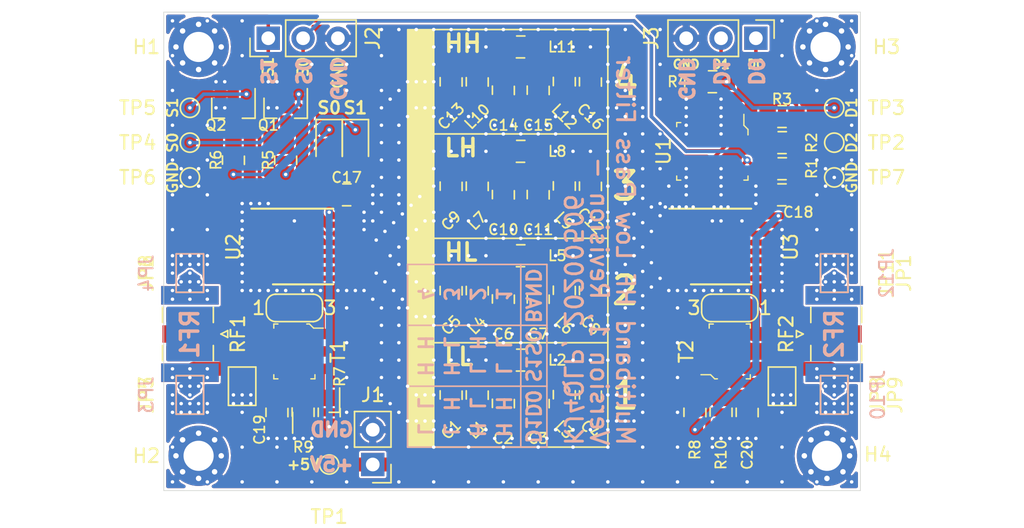
<source format=kicad_pcb>
(kicad_pcb (version 20171130) (host pcbnew 5.1.5-52549c5~84~ubuntu16.04.1)
  (title_block (title "Muliband HF Low Pass Filter") (date 2020-05-06) (rev -) (company "Amateur Radio") (comment 2 creativecommons.org/licenses/by/4.0/) (comment 3 "License: CC BY 4.0") (comment 4 "Author: Zach Leffke, KJ4QLP"))
  (layers (0 F.Cu signal) (31 B.Cu signal) (34 B.Paste user) (35 F.Paste user) (36 B.SilkS user) (37 F.SilkS user) (38 B.Mask user) (39 F.Mask user) (44 Edge.Cuts user))
  (net 0 "")
  (net 1 GND)
  (net 2 "Net-(C2-Pad1)")
  (net 3 "Net-(C3-Pad1)")
  (net 4 "Net-(C6-Pad1)")
  (net 5 "Net-(C7-Pad1)")
  (net 6 "Net-(C10-Pad1)")
  (net 7 "Net-(C11-Pad1)")
  (net 8 "Net-(C14-Pad1)")
  (net 9 "Net-(C15-Pad1)")
  (net 10 S1)
  (net 11 S0)
  (net 12 +5V)
  (net 13 DIO_S0)
  (net 14 DIO_S1)
  (net 15 "Net-(T1-Pad2)")
  (net 16 "Net-(T2-Pad2)")
  (net 17 "Net-(JP1-Pad2)")
  (net 18 "Net-(JP1-Pad1)")
  (net 19 "Net-(Q1-Pad3)")
  (net 20 "Net-(Q2-Pad3)")
  (net 21 "Net-(C19-Pad2)")
  (net 22 "Net-(C20-Pad2)")
  (net 23 "Net-(JP1-Pad3)")
  (net 24 "Net-(JP2-Pad3)")
  (net 25 "Net-(R3-Pad2)")
  (net 26 "Net-(R4-Pad2)")
  (net 27 "Net-(R5-Pad1)")
  (net 28 "Net-(R6-Pad1)")
  (net 29 "Net-(JP2-Pad2)")
  (net 30 "Net-(JP2-Pad1)")
  (net 31 "Net-(JP3-Pad1)")
  (net 32 "Net-(JP10-Pad1)")
  (net 33 /RF1A)
  (net 34 /RF2A)
  (net 35 /RF3A)
  (net 36 /RF4A)
  (net 37 /RF1B)
  (net 38 /RF2B)
  (net 39 /RF3B)
  (net 40 /RF4B)
  (module TestPoint:TestPoint_Pad_D1.0mm (layer F.Cu) (at 175.895 107.315)
    (fp_text reference TP7 (at 3.81 0) (layer F.SilkS))
    (fp_text value TestPoint)
    (pad 1 smd circle (at 0 0) (size 1 1) (layers F.Cu F.Mask) (net 1 GND))
  )
  (module TestPoint:TestPoint_Pad_D1.0mm (layer F.Cu) (at 128.905 107.315)
    (fp_text reference TP6 (at -3.81 0) (layer F.SilkS))
    (fp_text value TestPoint)
    (pad 1 smd circle (at 0 0) (size 1 1) (layers F.Cu F.Mask) (net 1 GND))
  )
  (module TestPoint:TestPoint_Pad_D1.0mm (layer F.Cu) (at 128.905 102.235)
    (fp_text reference TP5 (at -3.81 0) (layer F.SilkS))
    (fp_text value TestPoint)
    (pad 1 smd circle (at 0 0) (size 1 1) (layers F.Cu F.Mask) (net 10 S1))
  )
  (module TestPoint:TestPoint_Pad_D1.0mm (layer F.Cu) (at 128.905 104.775)
    (fp_text reference TP4 (at -3.81 0) (layer F.SilkS))
    (fp_text value TestPoint)
    (pad 1 smd circle (at 0 0) (size 1 1) (layers F.Cu F.Mask) (net 11 S0))
  )
  (module TestPoint:TestPoint_Pad_D1.0mm (layer F.Cu) (at 175.895 102.235)
    (fp_text reference TP3 (at 3.81 0) (layer F.SilkS))
    (fp_text value TestPoint)
    (pad 1 smd circle (at 0 0) (size 1 1) (layers F.Cu F.Mask) (net 14 DIO_S1))
  )
  (module TestPoint:TestPoint_Pad_D1.0mm (layer F.Cu) (at 175.895 104.775)
    (fp_text reference TP2 (at 3.81 0) (layer F.SilkS))
    (fp_text value TestPoint)
    (pad 1 smd circle (at 0 0) (size 1 1) (layers F.Cu F.Mask) (net 13 DIO_S0))
  )
  (module TestPoint:TestPoint_Pad_D1.0mm (layer F.Cu) (at 139.065 128.27)
    (fp_text reference TP1 (at 0 3.81) (layer F.SilkS))
    (fp_text value TestPoint)
    (pad 1 smd circle (at 0 0) (size 1 1) (layers F.Cu F.Mask) (net 12 +5V))
  )
  (module digikey-footprints:0805 (layer F.Cu) (at 132.08 106.045 90)
    (fp_text reference R6 (at 0 -1.27 270) (layer F.SilkS) (effects (font (size 0.762 0.762) (thickness 0.127))))
    (fp_text value 10k)
    (pad 1 smd rect (at -1.05 0 90) (size 1.2 1.2) (layers F.Cu F.Paste F.Mask) (net 28 "Net-(R6-Pad1)"))
    (pad 2 smd rect (at 1.05 0 90) (size 1.2 1.2) (layers F.Cu F.Paste F.Mask) (net 20 "Net-(Q2-Pad3)"))
  )
  (module digikey-footprints:0805 (layer F.Cu) (at 135.89 106.045 90)
    (fp_text reference R5 (at 0 -1.27 90) (layer F.SilkS) (effects (font (size 0.762 0.762) (thickness 0.127))))
    (fp_text value 10k)
    (pad 1 smd rect (at -1.05 0 90) (size 1.2 1.2) (layers F.Cu F.Paste F.Mask) (net 27 "Net-(R5-Pad1)"))
    (pad 2 smd rect (at 1.05 0 90) (size 1.2 1.2) (layers F.Cu F.Paste F.Mask) (net 19 "Net-(Q1-Pad3)"))
  )
  (module Package_TO_SOT_SMD:SOT-23 (layer F.Cu) (at 132.08 102.235 270)
    (fp_text reference Q2 (at 1.27 1.27) (layer F.SilkS) (effects (font (size 0.762 0.762) (thickness 0.127))))
    (fp_text value DMG3414U)
    (pad 3 smd rect (at 1 0 270) (size 0.9 0.8) (layers F.Cu F.Paste F.Mask) (net 20 "Net-(Q2-Pad3)"))
    (pad 2 smd rect (at -1 0.95 270) (size 0.9 0.8) (layers F.Cu F.Paste F.Mask) (net 1 GND))
    (pad 1 smd rect (at -1 -0.95 270) (size 0.9 0.8) (layers F.Cu F.Paste F.Mask) (net 10 S1))
  )
  (module LED_SMD:LED_0805_2012Metric (layer F.Cu) (at 140.97 104.775 270)
    (fp_text reference S1 (at -2.54 0 180) (layer F.SilkS) (effects (font (size 0.889 0.889) (thickness 0.1778))))
    (fp_text value LED)
    (pad 2 smd roundrect (at 0.9375 0 270) (size 0.975 1.4) (layers F.Cu F.Paste F.Mask) (net 12 +5V))
    (pad 1 smd roundrect (at -0.9375 0 270) (size 0.975 1.4) (layers F.Cu F.Paste F.Mask) (net 28 "Net-(R6-Pad1)"))
  )
  (module LED_SMD:LED_0805_2012Metric (layer F.Cu) (at 139.065 104.775 270)
    (fp_text reference S0 (at -2.54 0 180) (layer F.SilkS) (effects (font (size 0.889 0.889) (thickness 0.1778))))
    (fp_text value LED)
    (pad 2 smd roundrect (at 0.9375 0 270) (size 0.975 1.4) (layers F.Cu F.Paste F.Mask) (net 12 +5V))
    (pad 1 smd roundrect (at -0.9375 0 270) (size 0.975 1.4) (layers F.Cu F.Paste F.Mask) (net 27 "Net-(R5-Pad1)"))
  )
  (module Package_TO_SOT_SMD:SOT-23 (layer F.Cu) (at 135.89 102.235 270)
    (fp_text reference Q1 (at 1.27 1.27) (layer F.SilkS) (effects (font (size 0.762 0.762) (thickness 0.127))))
    (fp_text value DMG3414U)
    (pad 3 smd rect (at 1 0 270) (size 0.9 0.8) (layers F.Cu F.Paste F.Mask) (net 19 "Net-(Q1-Pad3)"))
    (pad 2 smd rect (at -1 0.95 270) (size 0.9 0.8) (layers F.Cu F.Paste F.Mask) (net 1 GND))
    (pad 1 smd rect (at -1 -0.95 270) (size 0.9 0.8) (layers F.Cu F.Paste F.Mask) (net 11 S0))
  )
  (module Jumper:SolderJumper-3_P1.3mm_Open_RoundedPad1.0x1.5mm_NumberLabels (layer F.Cu) (at 168.275 116.84 180)
    (fp_text reference JP1 (at -12.7 2.54 90) (layer F.SilkS))
    (fp_text value SolderJumper_3_Open)
    (fp_text user 1 (at -2.6 0) (layer F.SilkS))
    (fp_text user 3 (at 2.6 0) (layer F.SilkS))
    (pad 2 smd rect (at 0 0 180) (size 1 1.5) (layers F.Cu F.Mask) (net 17 "Net-(JP1-Pad2)"))
    (pad 3 smd custom (at 1.3 0 180) (size 1 0.5) (layers F.Cu F.Mask) (net 23 "Net-(JP1-Pad3)") (options (clearance outline) (anchor rect)) (primitives (gr_circle (center 0 0.25) (end 0.5 0.25) (width 0)) (gr_circle (center 0 -0.25) (end 0.5 -0.25) (width 0)) (gr_poly (pts (xy -0.55 -0.75) (xy 0 -0.75) (xy 0 0.75) (xy -0.55 0.75)) (width 0))))
    (pad 1 smd custom (at -1.3 0 180) (size 1 0.5) (layers F.Cu F.Mask) (net 18 "Net-(JP1-Pad1)") (options (clearance outline) (anchor rect)) (primitives (gr_circle (center 0 0.25) (end 0.5 0.25) (width 0)) (gr_circle (center 0 -0.25) (end 0.5 -0.25) (width 0)) (gr_poly (pts (xy 0.55 -0.75) (xy 0 -0.75) (xy 0 0.75) (xy 0.55 0.75)) (width 0))))
  )
  (module Jumper:SolderJumper-3_P1.3mm_Open_RoundedPad1.0x1.5mm_NumberLabels (layer F.Cu) (at 136.525 116.84)
    (fp_text reference JP2 (at -10.795 -2.54 270) (layer F.SilkS))
    (fp_text value SolderJumper_3_Open)
    (fp_text user 1 (at -2.6 0) (layer F.SilkS))
    (fp_text user 3 (at 2.6 0) (layer F.SilkS))
    (pad 2 smd rect (at 0 0) (size 1 1.5) (layers F.Cu F.Mask) (net 29 "Net-(JP2-Pad2)"))
    (pad 3 smd custom (at 1.3 0) (size 1 0.5) (layers F.Cu F.Mask) (net 24 "Net-(JP2-Pad3)") (options (clearance outline) (anchor rect)) (primitives (gr_circle (center 0 0.25) (end 0.5 0.25) (width 0)) (gr_circle (center 0 -0.25) (end 0.5 -0.25) (width 0)) (gr_poly (pts (xy -0.55 -0.75) (xy 0 -0.75) (xy 0 0.75) (xy -0.55 0.75)) (width 0))))
    (pad 1 smd custom (at -1.3 0) (size 1 0.5) (layers F.Cu F.Mask) (net 30 "Net-(JP2-Pad1)") (options (clearance outline) (anchor rect)) (primitives (gr_circle (center 0 0.25) (end 0.5 0.25) (width 0)) (gr_circle (center 0 -0.25) (end 0.5 -0.25) (width 0)) (gr_poly (pts (xy 0.55 -0.75) (xy 0 -0.75) (xy 0 0.75) (xy 0.55 0.75)) (width 0))))
  )
  (module Connector_PinHeader_2.54mm:PinHeader_1x03_P2.54mm_Vertical (layer F.Cu) (at 170.18 97.155 270)
    (fp_text reference J3 (at 0 7.62 90) (layer F.SilkS))
    (fp_text value DIO)
    (pad 3 thru_hole oval (at 0 5.08 270) (size 1.7 1.7) (drill 1) (layers *.Cu *.Mask) (net 1 GND))
    (pad 2 thru_hole oval (at 0 2.54 270) (size 1.7 1.7) (drill 1) (layers *.Cu *.Mask) (net 14 DIO_S1))
    (pad 1 thru_hole rect (at 0 0 270) (size 1.7 1.7) (drill 1) (layers *.Cu *.Mask) (net 13 DIO_S0))
  )
  (module Connector_PinHeader_2.54mm:PinHeader_1x03_P2.54mm_Vertical (layer F.Cu) (at 134.62 97.155 90)
    (fp_text reference J2 (at 0 7.62 90) (layer F.SilkS))
    (fp_text value SELECT)
    (pad 3 thru_hole oval (at 0 5.08 90) (size 1.7 1.7) (drill 1) (layers *.Cu *.Mask) (net 1 GND))
    (pad 2 thru_hole oval (at 0 2.54 90) (size 1.7 1.7) (drill 1) (layers *.Cu *.Mask) (net 11 S0))
    (pad 1 thru_hole rect (at 0 0 90) (size 1.7 1.7) (drill 1) (layers *.Cu *.Mask) (net 10 S1))
  )
  (module digikey-footprints:SMD-5-6_3.83x2.79mm (layer F.Cu) (at 168.275 120.015 90)
    (fp_text reference T2 (at 0 -3.175 270) (layer F.SilkS))
    (fp_text value CX2044LNL)
    (pad 5 smd rect (at -1.27 1.715 90) (size 0.76 1.4) (layers F.Cu F.Paste F.Mask) (net 32 "Net-(JP10-Pad1)"))
    (pad 4 smd rect (at 1.27 1.715 90) (size 0.76 1.4) (layers F.Cu F.Paste F.Mask) (net 18 "Net-(JP1-Pad1)"))
    (pad 3 smd rect (at 1.27 -1.715 90) (size 0.76 1.4) (layers F.Cu F.Paste F.Mask) (net 23 "Net-(JP1-Pad3)"))
    (pad 2 smd rect (at 0 -1.715 90) (size 0.76 1.4) (layers F.Cu F.Paste F.Mask) (net 16 "Net-(T2-Pad2)"))
    (pad 1 smd rect (at -1.27 -1.715 90) (size 0.76 1.4) (layers F.Cu F.Paste F.Mask) (net 22 "Net-(C20-Pad2)"))
  )
  (module digikey-footprints:0805 (layer F.Cu) (at 167.64 124.46 270)
    (fp_text reference R10 (at 1.905 0 90) (layer F.SilkS) (effects (font (size 0.762 0.762) (thickness 0.127)) (justify right)))
    (fp_text value 2.2k)
    (pad 1 smd rect (at -1.05 0 270) (size 1.2 1.2) (layers F.Cu F.Paste F.Mask) (net 22 "Net-(C20-Pad2)"))
    (pad 2 smd rect (at 1.05 0 270) (size 1.2 1.2) (layers F.Cu F.Paste F.Mask) (net 1 GND))
  )
  (module digikey-footprints:0805 (layer F.Cu) (at 165.735 124.46 90)
    (fp_text reference R8 (at -1.905 0 90) (layer F.SilkS) (effects (font (size 0.762 0.762) (thickness 0.127)) (justify right)))
    (fp_text value 2.2k)
    (pad 1 smd rect (at -1.05 0 90) (size 1.2 1.2) (layers F.Cu F.Paste F.Mask) (net 12 +5V))
    (pad 2 smd rect (at 1.05 0 90) (size 1.2 1.2) (layers F.Cu F.Paste F.Mask) (net 22 "Net-(C20-Pad2)"))
  )
  (module Jumper:SolderJumper-2_P1.3mm_Open_TrianglePad1.0x1.5mm (layer B.Cu) (at 175.895 114.3 90)
    (fp_text reference JP12 (at 0 3.81 270) (layer B.SilkS) (effects (justify mirror)))
    (fp_text value 2GND)
    (pad 1 smd custom (at -0.725 0 90) (size 0.3 0.3) (layers B.Cu B.Mask) (net 32 "Net-(JP10-Pad1)") (options (clearance outline) (anchor rect)) (primitives (gr_poly (pts (xy -0.5 0.75) (xy 0.5 0.75) (xy 1 0) (xy 0.5 -0.75) (xy -0.5 -0.75)) (width 0))))
    (pad 2 smd custom (at 0.725 0 90) (size 0.3 0.3) (layers B.Cu B.Mask) (net 1 GND) (options (clearance outline) (anchor rect)) (primitives (gr_poly (pts (xy -0.65 0.75) (xy 0.5 0.75) (xy 0.5 -0.75) (xy -0.65 -0.75) (xy -0.15 0)) (width 0))))
  )
  (module Jumper:SolderJumper-2_P1.3mm_Open_TrianglePad1.0x1.5mm (layer F.Cu) (at 175.895 114.3 90)
    (fp_text reference JP11 (at 0 3.81 90) (layer F.SilkS))
    (fp_text value 2GND)
    (pad 1 smd custom (at -0.725 0 90) (size 0.3 0.3) (layers F.Cu F.Mask) (net 32 "Net-(JP10-Pad1)") (options (clearance outline) (anchor rect)) (primitives (gr_poly (pts (xy -0.5 -0.75) (xy 0.5 -0.75) (xy 1 0) (xy 0.5 0.75) (xy -0.5 0.75)) (width 0))))
    (pad 2 smd custom (at 0.725 0 90) (size 0.3 0.3) (layers F.Cu F.Mask) (net 1 GND) (options (clearance outline) (anchor rect)) (primitives (gr_poly (pts (xy -0.65 -0.75) (xy 0.5 -0.75) (xy 0.5 0.75) (xy -0.65 0.75) (xy -0.15 0)) (width 0))))
  )
  (module Jumper:SolderJumper-2_P1.3mm_Open_TrianglePad1.0x1.5mm (layer B.Cu) (at 175.895 123.19 270)
    (fp_text reference JP10 (at 0 -3.175 270) (layer B.SilkS) (effects (justify mirror)))
    (fp_text value 2GND)
    (pad 1 smd custom (at -0.725 0 270) (size 0.3 0.3) (layers B.Cu B.Mask) (net 32 "Net-(JP10-Pad1)") (options (clearance outline) (anchor rect)) (primitives (gr_poly (pts (xy -0.5 0.75) (xy 0.5 0.75) (xy 1 0) (xy 0.5 -0.75) (xy -0.5 -0.75)) (width 0))))
    (pad 2 smd custom (at 0.725 0 270) (size 0.3 0.3) (layers B.Cu B.Mask) (net 1 GND) (options (clearance outline) (anchor rect)) (primitives (gr_poly (pts (xy -0.65 0.75) (xy 0.5 0.75) (xy 0.5 -0.75) (xy -0.65 -0.75) (xy -0.15 0)) (width 0))))
  )
  (module Jumper:SolderJumper-2_P1.3mm_Open_TrianglePad1.0x1.5mm (layer F.Cu) (at 175.895 123.19 270)
    (fp_text reference JP9 (at 0 -4.445 90) (layer F.SilkS))
    (fp_text value 2GND)
    (pad 1 smd custom (at -0.725 0 270) (size 0.3 0.3) (layers F.Cu F.Mask) (net 32 "Net-(JP10-Pad1)") (options (clearance outline) (anchor rect)) (primitives (gr_poly (pts (xy -0.5 -0.75) (xy 0.5 -0.75) (xy 1 0) (xy 0.5 0.75) (xy -0.5 0.75)) (width 0))))
    (pad 2 smd custom (at 0.725 0 270) (size 0.3 0.3) (layers F.Cu F.Mask) (net 1 GND) (options (clearance outline) (anchor rect)) (primitives (gr_poly (pts (xy -0.65 -0.75) (xy 0.5 -0.75) (xy 0.5 0.75) (xy -0.65 0.75) (xy -0.15 0)) (width 0))))
  )
  (module Jumper:SolderJumper-2_P1.3mm_Open_TrianglePad1.0x1.5mm (layer F.Cu) (at 172.085 122.555 270)
    (fp_text reference JP8 (at 0.635 -6.985 90) (layer F.SilkS))
    (fp_text value 2GND)
    (pad 1 smd custom (at -0.725 0 270) (size 0.3 0.3) (layers F.Cu F.Mask) (net 32 "Net-(JP10-Pad1)") (options (clearance outline) (anchor rect)) (primitives (gr_poly (pts (xy -0.5 -0.75) (xy 0.5 -0.75) (xy 1 0) (xy 0.5 0.75) (xy -0.5 0.75)) (width 0))))
    (pad 2 smd custom (at 0.725 0 270) (size 0.3 0.3) (layers F.Cu F.Mask) (net 1 GND) (options (clearance outline) (anchor rect)) (primitives (gr_poly (pts (xy -0.65 -0.75) (xy 0.5 -0.75) (xy 0.5 0.75) (xy -0.65 0.75) (xy -0.15 0)) (width 0))))
  )
  (module Connector_Coaxial:SMA_Samtec_SMA-J-P-X-ST-EM1_EdgeMount (layer F.Cu) (at 175.895 118.745 90)
    (fp_text reference RF2 (at 0 -3.5 90) (layer F.SilkS))
    (fp_text value RF_OUT)
    (pad 1 smd rect (at 0 0.2 90) (size 1.27 3.6) (layers F.Cu F.Paste F.Mask) (net 18 "Net-(JP1-Pad1)"))
    (pad 2 smd rect (at 2.825 0 90) (size 1.35 4.2) (layers F.Cu F.Paste F.Mask) (net 32 "Net-(JP10-Pad1)"))
    (pad 2 smd rect (at -2.825 0 90) (size 1.35 4.2) (layers F.Cu F.Paste F.Mask) (net 32 "Net-(JP10-Pad1)"))
    (pad 2 smd rect (at 2.825 0 90) (size 1.35 4.2) (layers B.Cu B.Paste B.Mask) (net 32 "Net-(JP10-Pad1)"))
    (pad 2 smd rect (at -2.825 0 90) (size 1.35 4.2) (layers B.Cu B.Paste B.Mask) (net 32 "Net-(JP10-Pad1)"))
  )
  (module digikey-footprints:0805 (layer F.Cu) (at 169.545 124.46 90)
    (fp_text reference C20 (at -1.905 0 90) (layer F.SilkS) (effects (font (size 0.762 0.762) (thickness 0.127)) (justify right)))
    (fp_text value 0.1)
    (pad 1 smd rect (at -1.05 0 90) (size 1.2 1.2) (layers F.Cu F.Paste F.Mask) (net 1 GND))
    (pad 2 smd rect (at 1.05 0 90) (size 1.2 1.2) (layers F.Cu F.Paste F.Mask) (net 22 "Net-(C20-Pad2)"))
  )
  (module digikey-footprints:0805 (layer F.Cu) (at 167.005 100.33 180)
    (fp_text reference R4 (at 2.54 0) (layer F.SilkS) (effects (font (size 0.762 0.762) (thickness 0.127))))
    (fp_text value 4.7k)
    (pad 1 smd rect (at -1.05 0 180) (size 1.2 1.2) (layers F.Cu F.Paste F.Mask) (net 14 DIO_S1))
    (pad 2 smd rect (at 1.05 0 180) (size 1.2 1.2) (layers F.Cu F.Paste F.Mask) (net 26 "Net-(R4-Pad2)"))
  )
  (module Connector_PinHeader_2.54mm:PinHeader_1x02_P2.54mm_Vertical (layer F.Cu) (at 142.24 128.27 180)
    (fp_text reference J1 (at 0 5.08) (layer F.SilkS))
    (fp_text value POWER)
    (pad 2 thru_hole oval (at 0 2.54 180) (size 1.7 1.7) (drill 1) (layers *.Cu *.Mask) (net 1 GND))
    (pad 1 thru_hole rect (at 0 0 180) (size 1.7 1.7) (drill 1) (layers *.Cu *.Mask) (net 12 +5V))
  )
  (module MountingHole:MountingHole_2.2mm_M2_Pad_Via (layer F.Cu) (at 175.363274 127.635)
    (fp_text reference H4 (at 3.706726 -0.103274) (layer F.SilkS))
    (fp_text value MountingHole_Pad)
    (pad 1 thru_hole circle (at 1.166726 -1.166726) (size 0.7 0.7) (drill 0.4) (layers *.Cu *.Mask) (net 1 GND))
    (pad 1 thru_hole circle (at 0 -1.65) (size 0.7 0.7) (drill 0.4) (layers *.Cu *.Mask) (net 1 GND))
    (pad 1 thru_hole circle (at -1.166726 -1.166726) (size 0.7 0.7) (drill 0.4) (layers *.Cu *.Mask) (net 1 GND))
    (pad 1 thru_hole circle (at -1.65 0) (size 0.7 0.7) (drill 0.4) (layers *.Cu *.Mask) (net 1 GND))
    (pad 1 thru_hole circle (at -1.166726 1.166726) (size 0.7 0.7) (drill 0.4) (layers *.Cu *.Mask) (net 1 GND))
    (pad 1 thru_hole circle (at 0 1.65) (size 0.7 0.7) (drill 0.4) (layers *.Cu *.Mask) (net 1 GND))
    (pad 1 thru_hole circle (at 1.166726 1.166726) (size 0.7 0.7) (drill 0.4) (layers *.Cu *.Mask) (net 1 GND))
    (pad 1 thru_hole circle (at 1.65 0) (size 0.7 0.7) (drill 0.4) (layers *.Cu *.Mask) (net 1 GND))
    (pad 1 thru_hole circle (at 0 0) (size 4.4 4.4) (drill 2.2) (layers *.Cu *.Mask) (net 1 GND))
  )
  (module MountingHole:MountingHole_2.2mm_M2_Pad_Via (layer F.Cu) (at 175.26 97.79)
    (fp_text reference H3 (at 4.445 0) (layer F.SilkS))
    (fp_text value MountingHole_Pad)
    (pad 1 thru_hole circle (at 1.166726 -1.166726) (size 0.7 0.7) (drill 0.4) (layers *.Cu *.Mask) (net 1 GND))
    (pad 1 thru_hole circle (at 0 -1.65) (size 0.7 0.7) (drill 0.4) (layers *.Cu *.Mask) (net 1 GND))
    (pad 1 thru_hole circle (at -1.166726 -1.166726) (size 0.7 0.7) (drill 0.4) (layers *.Cu *.Mask) (net 1 GND))
    (pad 1 thru_hole circle (at -1.65 0) (size 0.7 0.7) (drill 0.4) (layers *.Cu *.Mask) (net 1 GND))
    (pad 1 thru_hole circle (at -1.166726 1.166726) (size 0.7 0.7) (drill 0.4) (layers *.Cu *.Mask) (net 1 GND))
    (pad 1 thru_hole circle (at 0 1.65) (size 0.7 0.7) (drill 0.4) (layers *.Cu *.Mask) (net 1 GND))
    (pad 1 thru_hole circle (at 1.166726 1.166726) (size 0.7 0.7) (drill 0.4) (layers *.Cu *.Mask) (net 1 GND))
    (pad 1 thru_hole circle (at 1.65 0) (size 0.7 0.7) (drill 0.4) (layers *.Cu *.Mask) (net 1 GND))
    (pad 1 thru_hole circle (at 0 0) (size 4.4 4.4) (drill 2.2) (layers *.Cu *.Mask) (net 1 GND))
  )
  (module MountingHole:MountingHole_2.2mm_M2_Pad_Via (layer F.Cu) (at 129.54 127.635)
    (fp_text reference H2 (at -3.81 0) (layer F.SilkS))
    (fp_text value MountingHole_Pad)
    (pad 1 thru_hole circle (at 1.166726 -1.166726) (size 0.7 0.7) (drill 0.4) (layers *.Cu *.Mask) (net 1 GND))
    (pad 1 thru_hole circle (at 0 -1.65) (size 0.7 0.7) (drill 0.4) (layers *.Cu *.Mask) (net 1 GND))
    (pad 1 thru_hole circle (at -1.166726 -1.166726) (size 0.7 0.7) (drill 0.4) (layers *.Cu *.Mask) (net 1 GND))
    (pad 1 thru_hole circle (at -1.65 0) (size 0.7 0.7) (drill 0.4) (layers *.Cu *.Mask) (net 1 GND))
    (pad 1 thru_hole circle (at -1.166726 1.166726) (size 0.7 0.7) (drill 0.4) (layers *.Cu *.Mask) (net 1 GND))
    (pad 1 thru_hole circle (at 0 1.65) (size 0.7 0.7) (drill 0.4) (layers *.Cu *.Mask) (net 1 GND))
    (pad 1 thru_hole circle (at 1.166726 1.166726) (size 0.7 0.7) (drill 0.4) (layers *.Cu *.Mask) (net 1 GND))
    (pad 1 thru_hole circle (at 1.65 0) (size 0.7 0.7) (drill 0.4) (layers *.Cu *.Mask) (net 1 GND))
    (pad 1 thru_hole circle (at 0 0) (size 4.4 4.4) (drill 2.2) (layers *.Cu *.Mask) (net 1 GND))
  )
  (module MountingHole:MountingHole_2.2mm_M2_Pad_Via (layer F.Cu) (at 129.54 97.79)
    (fp_text reference H1 (at -3.81 0) (layer F.SilkS))
    (fp_text value MountingHole_Pad)
    (pad 1 thru_hole circle (at 1.166726 -1.166726) (size 0.7 0.7) (drill 0.4) (layers *.Cu *.Mask) (net 1 GND))
    (pad 1 thru_hole circle (at 0 -1.65) (size 0.7 0.7) (drill 0.4) (layers *.Cu *.Mask) (net 1 GND))
    (pad 1 thru_hole circle (at -1.166726 -1.166726) (size 0.7 0.7) (drill 0.4) (layers *.Cu *.Mask) (net 1 GND))
    (pad 1 thru_hole circle (at -1.65 0) (size 0.7 0.7) (drill 0.4) (layers *.Cu *.Mask) (net 1 GND))
    (pad 1 thru_hole circle (at -1.166726 1.166726) (size 0.7 0.7) (drill 0.4) (layers *.Cu *.Mask) (net 1 GND))
    (pad 1 thru_hole circle (at 0 1.65) (size 0.7 0.7) (drill 0.4) (layers *.Cu *.Mask) (net 1 GND))
    (pad 1 thru_hole circle (at 1.166726 1.166726) (size 0.7 0.7) (drill 0.4) (layers *.Cu *.Mask) (net 1 GND))
    (pad 1 thru_hole circle (at 1.65 0) (size 0.7 0.7) (drill 0.4) (layers *.Cu *.Mask) (net 1 GND))
    (pad 1 thru_hole circle (at 0 0) (size 4.4 4.4) (drill 2.2) (layers *.Cu *.Mask) (net 1 GND))
  )
  (module digikey-footprints:SMD-5-6_3.83x2.79mm (layer F.Cu) (at 136.525 120.015 270)
    (fp_text reference T1 (at 0 -3.175 90) (layer F.SilkS))
    (fp_text value CX2044LNL)
    (pad 5 smd rect (at -1.27 1.715 270) (size 0.76 1.4) (layers F.Cu F.Paste F.Mask) (net 30 "Net-(JP2-Pad1)"))
    (pad 4 smd rect (at 1.27 1.715 270) (size 0.76 1.4) (layers F.Cu F.Paste F.Mask) (net 31 "Net-(JP3-Pad1)"))
    (pad 3 smd rect (at 1.27 -1.715 270) (size 0.76 1.4) (layers F.Cu F.Paste F.Mask) (net 21 "Net-(C19-Pad2)"))
    (pad 2 smd rect (at 0 -1.715 270) (size 0.76 1.4) (layers F.Cu F.Paste F.Mask) (net 15 "Net-(T1-Pad2)"))
    (pad 1 smd rect (at -1.27 -1.715 270) (size 0.76 1.4) (layers F.Cu F.Paste F.Mask) (net 24 "Net-(JP2-Pad3)"))
  )
  (module digikey-footprints:0805 (layer F.Cu) (at 172.085 108.585)
    (fp_text reference C18 (at 0 1.27) (layer F.SilkS) (effects (font (size 0.762 0.762) (thickness 0.127)) (justify left)))
    (fp_text value 0.1)
    (pad 1 smd rect (at -1.05 0) (size 1.2 1.2) (layers F.Cu F.Paste F.Mask) (net 1 GND))
    (pad 2 smd rect (at 1.05 0) (size 1.2 1.2) (layers F.Cu F.Paste F.Mask) (net 12 +5V))
  )
  (module digikey-footprints:0805 (layer F.Cu) (at 140.335 108.585 180)
    (fp_text reference C17 (at 0 1.27) (layer F.SilkS) (effects (font (size 0.762 0.762) (thickness 0.127))))
    (fp_text value 0.1)
    (pad 1 smd rect (at -1.05 0 180) (size 1.2 1.2) (layers F.Cu F.Paste F.Mask) (net 1 GND))
    (pad 2 smd rect (at 1.05 0 180) (size 1.2 1.2) (layers F.Cu F.Paste F.Mask) (net 12 +5V))
  )
  (module digikey-footprints:SOIC-8_W3.9mm (layer F.Cu) (at 167.005 105.41 180)
    (fp_text reference U1 (at 3.556 0 90) (layer F.SilkS))
    (fp_text value ILD207T)
    (pad 3 smd rect (at 0.635 2.45 180) (size 0.6 2) (layers F.Cu F.Paste F.Mask) (net 26 "Net-(R4-Pad2)"))
    (pad 8 smd rect (at -1.905 -2.45 180) (size 0.6 2) (layers F.Cu F.Paste F.Mask) (net 11 S0))
    (pad 7 smd rect (at -0.635 -2.45 180) (size 0.6 2) (layers F.Cu F.Paste F.Mask) (net 1 GND))
    (pad 6 smd rect (at 0.635 -2.45 180) (size 0.6 2) (layers F.Cu F.Paste F.Mask) (net 10 S1))
    (pad 5 smd rect (at 1.905 -2.45 180) (size 0.6 2) (layers F.Cu F.Paste F.Mask) (net 1 GND))
    (pad 4 smd rect (at 1.905 2.45 180) (size 0.6 2) (layers F.Cu F.Paste F.Mask) (net 1 GND))
    (pad 2 smd rect (at -0.635 2.45 180) (size 0.6 2) (layers F.Cu F.Paste F.Mask) (net 1 GND))
    (pad 1 smd rect (at -1.905 2.45 180) (size 0.6 2) (layers F.Cu F.Paste F.Mask) (net 25 "Net-(R3-Pad2)"))
  )
  (module digikey-footprints:0805 (layer F.Cu) (at 172.085 102.87 180)
    (fp_text reference R3 (at 0 1.27) (layer F.SilkS) (effects (font (size 0.762 0.762) (thickness 0.127))))
    (fp_text value 4.7k)
    (pad 1 smd rect (at -1.05 0 180) (size 1.2 1.2) (layers F.Cu F.Paste F.Mask) (net 13 DIO_S0))
    (pad 2 smd rect (at 1.05 0 180) (size 1.2 1.2) (layers F.Cu F.Paste F.Mask) (net 25 "Net-(R3-Pad2)"))
  )
  (module digikey-footprints:0805 (layer F.Cu) (at 172.085 104.775 180)
    (fp_text reference R2 (at -2.159 0 90) (layer F.SilkS) (effects (font (size 0.762 0.762) (thickness 0.127))))
    (fp_text value 10k)
    (pad 1 smd rect (at -1.05 0 180) (size 1.2 1.2) (layers F.Cu F.Paste F.Mask) (net 12 +5V))
    (pad 2 smd rect (at 1.05 0 180) (size 1.2 1.2) (layers F.Cu F.Paste F.Mask) (net 10 S1))
  )
  (module digikey-footprints:0805 (layer F.Cu) (at 172.085 106.68 180)
    (fp_text reference R1 (at -2.159 0 90) (layer F.SilkS) (effects (font (size 0.762 0.762) (thickness 0.127))))
    (fp_text value 10k)
    (pad 1 smd rect (at -1.05 0 180) (size 1.2 1.2) (layers F.Cu F.Paste F.Mask) (net 12 +5V))
    (pad 2 smd rect (at 1.05 0 180) (size 1.2 1.2) (layers F.Cu F.Paste F.Mask) (net 11 S0))
  )
  (module Jumper:SolderJumper-2_P1.3mm_Open_TrianglePad1.0x1.5mm (layer B.Cu) (at 128.905 114.3 90)
    (fp_text reference JP4 (at 0 -3.175 90) (layer B.SilkS) (effects (justify mirror)))
    (fp_text value 2GND)
    (pad 1 smd custom (at -0.725 0 90) (size 0.3 0.3) (layers B.Cu B.Mask) (net 31 "Net-(JP3-Pad1)") (options (clearance outline) (anchor rect)) (primitives (gr_poly (pts (xy -0.5 0.75) (xy 0.5 0.75) (xy 1 0) (xy 0.5 -0.75) (xy -0.5 -0.75)) (width 0))))
    (pad 2 smd custom (at 0.725 0 90) (size 0.3 0.3) (layers B.Cu B.Mask) (net 1 GND) (options (clearance outline) (anchor rect)) (primitives (gr_poly (pts (xy -0.65 0.75) (xy 0.5 0.75) (xy 0.5 -0.75) (xy -0.65 -0.75) (xy -0.15 0)) (width 0))))
  )
  (module Jumper:SolderJumper-2_P1.3mm_Open_TrianglePad1.0x1.5mm (layer B.Cu) (at 128.905 123.19 270)
    (fp_text reference JP3 (at 0 3.175 90) (layer B.SilkS) (effects (justify mirror)))
    (fp_text value 2GND)
    (pad 1 smd custom (at -0.725 0 270) (size 0.3 0.3) (layers B.Cu B.Mask) (net 31 "Net-(JP3-Pad1)") (options (clearance outline) (anchor rect)) (primitives (gr_poly (pts (xy -0.5 0.75) (xy 0.5 0.75) (xy 1 0) (xy 0.5 -0.75) (xy -0.5 -0.75)) (width 0))))
    (pad 2 smd custom (at 0.725 0 270) (size 0.3 0.3) (layers B.Cu B.Mask) (net 1 GND) (options (clearance outline) (anchor rect)) (primitives (gr_poly (pts (xy -0.65 0.75) (xy 0.5 0.75) (xy 0.5 -0.75) (xy -0.65 -0.75) (xy -0.15 0)) (width 0))))
  )
  (module Jumper:SolderJumper-2_P1.3mm_Open_TrianglePad1.0x1.5mm (layer F.Cu) (at 128.905 123.19 270)
    (fp_text reference JP7 (at 0 3.175 90) (layer F.SilkS))
    (fp_text value 2GND)
    (pad 1 smd custom (at -0.725 0 270) (size 0.3 0.3) (layers F.Cu F.Mask) (net 31 "Net-(JP3-Pad1)") (options (clearance outline) (anchor rect)) (primitives (gr_poly (pts (xy -0.5 -0.75) (xy 0.5 -0.75) (xy 1 0) (xy 0.5 0.75) (xy -0.5 0.75)) (width 0))))
    (pad 2 smd custom (at 0.725 0 270) (size 0.3 0.3) (layers F.Cu F.Mask) (net 1 GND) (options (clearance outline) (anchor rect)) (primitives (gr_poly (pts (xy -0.65 -0.75) (xy 0.5 -0.75) (xy 0.5 0.75) (xy -0.65 0.75) (xy -0.15 0)) (width 0))))
  )
  (module Jumper:SolderJumper-2_P1.3mm_Open_TrianglePad1.0x1.5mm (layer F.Cu) (at 128.905 114.3 90)
    (fp_text reference JP6 (at 0 -3.175 90) (layer F.SilkS))
    (fp_text value 2GND)
    (pad 1 smd custom (at -0.725 0 90) (size 0.3 0.3) (layers F.Cu F.Mask) (net 31 "Net-(JP3-Pad1)") (options (clearance outline) (anchor rect)) (primitives (gr_poly (pts (xy -0.5 -0.75) (xy 0.5 -0.75) (xy 1 0) (xy 0.5 0.75) (xy -0.5 0.75)) (width 0))))
    (pad 2 smd custom (at 0.725 0 90) (size 0.3 0.3) (layers F.Cu F.Mask) (net 1 GND) (options (clearance outline) (anchor rect)) (primitives (gr_poly (pts (xy -0.65 -0.75) (xy 0.5 -0.75) (xy 0.5 0.75) (xy -0.65 0.75) (xy -0.15 0)) (width 0))))
  )
  (module digikey-footprints:0805 (layer F.Cu) (at 137.16 124.46 270)
    (fp_text reference R9 (at 2.54 0) (layer F.SilkS) (effects (font (size 0.762 0.762) (thickness 0.127))))
    (fp_text value 2.2k)
    (pad 1 smd rect (at -1.05 0 270) (size 1.2 1.2) (layers F.Cu F.Paste F.Mask) (net 21 "Net-(C19-Pad2)"))
    (pad 2 smd rect (at 1.05 0 270) (size 1.2 1.2) (layers F.Cu F.Paste F.Mask) (net 1 GND))
  )
  (module digikey-footprints:0805 (layer F.Cu) (at 139.065 124.46 90)
    (fp_text reference R7 (at 1.778 0.762 90) (layer F.SilkS) (effects (font (size 0.762 0.762) (thickness 0.127)) (justify left)))
    (fp_text value 2.2k)
    (pad 1 smd rect (at -1.05 0 90) (size 1.2 1.2) (layers F.Cu F.Paste F.Mask) (net 12 +5V))
    (pad 2 smd rect (at 1.05 0 90) (size 1.2 1.2) (layers F.Cu F.Paste F.Mask) (net 21 "Net-(C19-Pad2)"))
  )
  (module Jumper:SolderJumper-2_P1.3mm_Open_TrianglePad1.0x1.5mm (layer F.Cu) (at 132.715 122.555 270)
    (fp_text reference JP5 (at 0.635 6.985 90) (layer F.SilkS))
    (fp_text value 2GND)
    (pad 1 smd custom (at -0.725 0 270) (size 0.3 0.3) (layers F.Cu F.Mask) (net 31 "Net-(JP3-Pad1)") (options (clearance outline) (anchor rect)) (primitives (gr_poly (pts (xy -0.5 -0.75) (xy 0.5 -0.75) (xy 1 0) (xy 0.5 0.75) (xy -0.5 0.75)) (width 0))))
    (pad 2 smd custom (at 0.725 0 270) (size 0.3 0.3) (layers F.Cu F.Mask) (net 1 GND) (options (clearance outline) (anchor rect)) (primitives (gr_poly (pts (xy -0.65 -0.75) (xy 0.5 -0.75) (xy 0.5 0.75) (xy -0.65 0.75) (xy -0.15 0)) (width 0))))
  )
  (module Connector_Coaxial:SMA_Samtec_SMA-J-P-X-ST-EM1_EdgeMount (layer F.Cu) (at 128.905 118.745 270)
    (fp_text reference RF1 (at 0 -3.5 90) (layer F.SilkS))
    (fp_text value RF_IN)
    (pad 1 smd rect (at 0 0.2 270) (size 1.27 3.6) (layers F.Cu F.Paste F.Mask) (net 30 "Net-(JP2-Pad1)"))
    (pad 2 smd rect (at 2.825 0 270) (size 1.35 4.2) (layers F.Cu F.Paste F.Mask) (net 31 "Net-(JP3-Pad1)"))
    (pad 2 smd rect (at -2.825 0 270) (size 1.35 4.2) (layers F.Cu F.Paste F.Mask) (net 31 "Net-(JP3-Pad1)"))
    (pad 2 smd rect (at 2.825 0 270) (size 1.35 4.2) (layers B.Cu B.Paste B.Mask) (net 31 "Net-(JP3-Pad1)"))
    (pad 2 smd rect (at -2.825 0 270) (size 1.35 4.2) (layers B.Cu B.Paste B.Mask) (net 31 "Net-(JP3-Pad1)"))
  )
  (module digikey-footprints:0805 (layer F.Cu) (at 135.255 124.46 90)
    (fp_text reference C19 (at -1.27 -1.27 90) (layer F.SilkS) (effects (font (size 0.762 0.762) (thickness 0.127))))
    (fp_text value 0.1)
    (pad 1 smd rect (at -1.05 0 90) (size 1.2 1.2) (layers F.Cu F.Paste F.Mask) (net 1 GND))
    (pad 2 smd rect (at 1.05 0 90) (size 1.2 1.2) (layers F.Cu F.Paste F.Mask) (net 21 "Net-(C19-Pad2)"))
  )
  (module digikey-footprints:0805 (layer F.Cu) (at 147.955 123.19 90)
    (fp_text reference C1 (at -2.54 0 225) (layer F.SilkS) (effects (font (size 0.762 0.762) (thickness 0.127))))
    (fp_text value C)
    (pad 2 smd rect (at 1.05 0 90) (size 1.2 1.2) (layers F.Cu F.Paste F.Mask) (net 1 GND))
    (pad 1 smd rect (at -1.05 0 90) (size 1.2 1.2) (layers F.Cu F.Paste F.Mask) (net 33 /RF1A))
  )
  (module digikey-footprints:0805 (layer F.Cu) (at 151.765 123.825 270)
    (fp_text reference C2 (at 2.54 0 180) (layer F.SilkS) (effects (font (size 0.762 0.762) (thickness 0.127))))
    (fp_text value C)
    (pad 2 smd rect (at 1.05 0 270) (size 1.2 1.2) (layers F.Cu F.Paste F.Mask) (net 1 GND))
    (pad 1 smd rect (at -1.05 0 270) (size 1.2 1.2) (layers F.Cu F.Paste F.Mask) (net 2 "Net-(C2-Pad1)"))
  )
  (module digikey-footprints:0805 (layer F.Cu) (at 154.305 123.825 270)
    (fp_text reference C3 (at 2.54 0 180) (layer F.SilkS) (effects (font (size 0.762 0.762) (thickness 0.127))))
    (fp_text value C)
    (pad 1 smd rect (at -1.05 0 270) (size 1.2 1.2) (layers F.Cu F.Paste F.Mask) (net 3 "Net-(C3-Pad1)"))
    (pad 2 smd rect (at 1.05 0 270) (size 1.2 1.2) (layers F.Cu F.Paste F.Mask) (net 1 GND))
  )
  (module digikey-footprints:0805 (layer F.Cu) (at 158.115 123.19 90)
    (fp_text reference C4 (at -2.54 0 135) (layer F.SilkS) (effects (font (size 0.762 0.762) (thickness 0.127))))
    (fp_text value C)
    (pad 2 smd rect (at 1.05 0 90) (size 1.2 1.2) (layers F.Cu F.Paste F.Mask) (net 1 GND))
    (pad 1 smd rect (at -1.05 0 90) (size 1.2 1.2) (layers F.Cu F.Paste F.Mask) (net 37 /RF1B))
  )
  (module digikey-footprints:0805 (layer F.Cu) (at 147.955 115.57 90)
    (fp_text reference C5 (at -2.54 0 225) (layer F.SilkS) (effects (font (size 0.762 0.762) (thickness 0.127))))
    (fp_text value C)
    (pad 2 smd rect (at 1.05 0 90) (size 1.2 1.2) (layers F.Cu F.Paste F.Mask) (net 1 GND))
    (pad 1 smd rect (at -1.05 0 90) (size 1.2 1.2) (layers F.Cu F.Paste F.Mask) (net 34 /RF2A))
  )
  (module digikey-footprints:0805 (layer F.Cu) (at 151.765 116.205 270)
    (fp_text reference C6 (at 2.54 0 180) (layer F.SilkS) (effects (font (size 0.762 0.762) (thickness 0.127))))
    (fp_text value C)
    (pad 1 smd rect (at -1.05 0 270) (size 1.2 1.2) (layers F.Cu F.Paste F.Mask) (net 4 "Net-(C6-Pad1)"))
    (pad 2 smd rect (at 1.05 0 270) (size 1.2 1.2) (layers F.Cu F.Paste F.Mask) (net 1 GND))
  )
  (module digikey-footprints:0805 (layer F.Cu) (at 154.305 116.205 270)
    (fp_text reference C7 (at 2.54 0 180) (layer F.SilkS) (effects (font (size 0.762 0.762) (thickness 0.127))))
    (fp_text value C)
    (pad 2 smd rect (at 1.05 0 270) (size 1.2 1.2) (layers F.Cu F.Paste F.Mask) (net 1 GND))
    (pad 1 smd rect (at -1.05 0 270) (size 1.2 1.2) (layers F.Cu F.Paste F.Mask) (net 5 "Net-(C7-Pad1)"))
  )
  (module digikey-footprints:0805 (layer F.Cu) (at 158.115 115.57 90)
    (fp_text reference C8 (at -2.54 0 135) (layer F.SilkS) (effects (font (size 0.762 0.762) (thickness 0.127))))
    (fp_text value C)
    (pad 1 smd rect (at -1.05 0 90) (size 1.2 1.2) (layers F.Cu F.Paste F.Mask) (net 38 /RF2B))
    (pad 2 smd rect (at 1.05 0 90) (size 1.2 1.2) (layers F.Cu F.Paste F.Mask) (net 1 GND))
  )
  (module digikey-footprints:0805 (layer F.Cu) (at 147.955 107.95 90)
    (fp_text reference C9 (at -2.54 0 225) (layer F.SilkS) (effects (font (size 0.762 0.762) (thickness 0.127))))
    (fp_text value C)
    (pad 1 smd rect (at -1.05 0 90) (size 1.2 1.2) (layers F.Cu F.Paste F.Mask) (net 35 /RF3A))
    (pad 2 smd rect (at 1.05 0 90) (size 1.2 1.2) (layers F.Cu F.Paste F.Mask) (net 1 GND))
  )
  (module digikey-footprints:0805 (layer F.Cu) (at 151.765 108.585 270)
    (fp_text reference C10 (at 2.54 0 180) (layer F.SilkS) (effects (font (size 0.762 0.762) (thickness 0.127))))
    (fp_text value C)
    (pad 2 smd rect (at 1.05 0 270) (size 1.2 1.2) (layers F.Cu F.Paste F.Mask) (net 1 GND))
    (pad 1 smd rect (at -1.05 0 270) (size 1.2 1.2) (layers F.Cu F.Paste F.Mask) (net 6 "Net-(C10-Pad1)"))
  )
  (module digikey-footprints:0805 (layer F.Cu) (at 154.305 108.585 270)
    (fp_text reference C11 (at 2.54 0 180) (layer F.SilkS) (effects (font (size 0.762 0.762) (thickness 0.127))))
    (fp_text value C)
    (pad 1 smd rect (at -1.05 0 270) (size 1.2 1.2) (layers F.Cu F.Paste F.Mask) (net 7 "Net-(C11-Pad1)"))
    (pad 2 smd rect (at 1.05 0 270) (size 1.2 1.2) (layers F.Cu F.Paste F.Mask) (net 1 GND))
  )
  (module digikey-footprints:0805 (layer F.Cu) (at 158.115 107.95 90)
    (fp_text reference C12 (at -2.54 0 135) (layer F.SilkS) (effects (font (size 0.762 0.762) (thickness 0.127))))
    (fp_text value C)
    (pad 2 smd rect (at 1.05 0 90) (size 1.2 1.2) (layers F.Cu F.Paste F.Mask) (net 1 GND))
    (pad 1 smd rect (at -1.05 0 90) (size 1.2 1.2) (layers F.Cu F.Paste F.Mask) (net 39 /RF3B))
  )
  (module digikey-footprints:0805 (layer F.Cu) (at 147.955 100.33 90)
    (fp_text reference C13 (at -2.54 0 225) (layer F.SilkS) (effects (font (size 0.762 0.762) (thickness 0.127))))
    (fp_text value C)
    (pad 2 smd rect (at 1.05 0 90) (size 1.2 1.2) (layers F.Cu F.Paste F.Mask) (net 1 GND))
    (pad 1 smd rect (at -1.05 0 90) (size 1.2 1.2) (layers F.Cu F.Paste F.Mask) (net 36 /RF4A))
  )
  (module digikey-footprints:0805 (layer F.Cu) (at 151.765 100.965 270)
    (fp_text reference C14 (at 2.54 0 180) (layer F.SilkS) (effects (font (size 0.762 0.762) (thickness 0.127))))
    (fp_text value C)
    (pad 1 smd rect (at -1.05 0 270) (size 1.2 1.2) (layers F.Cu F.Paste F.Mask) (net 8 "Net-(C14-Pad1)"))
    (pad 2 smd rect (at 1.05 0 270) (size 1.2 1.2) (layers F.Cu F.Paste F.Mask) (net 1 GND))
  )
  (module digikey-footprints:0805 (layer F.Cu) (at 154.305 100.965 270)
    (fp_text reference C15 (at 2.54 0 180) (layer F.SilkS) (effects (font (size 0.762 0.762) (thickness 0.127))))
    (fp_text value C)
    (pad 2 smd rect (at 1.05 0 270) (size 1.2 1.2) (layers F.Cu F.Paste F.Mask) (net 1 GND))
    (pad 1 smd rect (at -1.05 0 270) (size 1.2 1.2) (layers F.Cu F.Paste F.Mask) (net 9 "Net-(C15-Pad1)"))
  )
  (module digikey-footprints:0805 (layer F.Cu) (at 158.115 100.33 90)
    (fp_text reference C16 (at -2.54 0 135) (layer F.SilkS) (effects (font (size 0.762 0.762) (thickness 0.127))))
    (fp_text value C)
    (pad 1 smd rect (at -1.05 0 90) (size 1.2 1.2) (layers F.Cu F.Paste F.Mask) (net 40 /RF4B))
    (pad 2 smd rect (at 1.05 0 90) (size 1.2 1.2) (layers F.Cu F.Paste F.Mask) (net 1 GND))
  )
  (module digikey-footprints:0805 (layer F.Cu) (at 149.86 123.19 90)
    (fp_text reference L1 (at -2.54 0 225) (layer F.SilkS) (effects (font (size 0.762 0.762) (thickness 0.127))))
    (fp_text value L)
    (pad 1 smd rect (at -1.05 0 90) (size 1.2 1.2) (layers F.Cu F.Paste F.Mask) (net 33 /RF1A))
    (pad 2 smd rect (at 1.05 0 90) (size 1.2 1.2) (layers F.Cu F.Paste F.Mask) (net 2 "Net-(C2-Pad1)"))
  )
  (module digikey-footprints:0805 (layer F.Cu) (at 153.035 120.65)
    (fp_text reference L2 (at 1.905 0) (layer F.SilkS) (effects (font (size 0.762 0.762) (thickness 0.127)) (justify left)))
    (fp_text value L)
    (pad 2 smd rect (at 1.05 0) (size 1.2 1.2) (layers F.Cu F.Paste F.Mask) (net 3 "Net-(C3-Pad1)"))
    (pad 1 smd rect (at -1.05 0) (size 1.2 1.2) (layers F.Cu F.Paste F.Mask) (net 2 "Net-(C2-Pad1)"))
  )
  (module digikey-footprints:0805 (layer F.Cu) (at 156.21 123.19 270)
    (fp_text reference L3 (at 2.54 0 315) (layer F.SilkS) (effects (font (size 0.762 0.762) (thickness 0.127))))
    (fp_text value L)
    (pad 1 smd rect (at -1.05 0 270) (size 1.2 1.2) (layers F.Cu F.Paste F.Mask) (net 3 "Net-(C3-Pad1)"))
    (pad 2 smd rect (at 1.05 0 270) (size 1.2 1.2) (layers F.Cu F.Paste F.Mask) (net 37 /RF1B))
  )
  (module digikey-footprints:0805 (layer F.Cu) (at 149.86 115.57 90)
    (fp_text reference L4 (at -2.54 0 225) (layer F.SilkS) (effects (font (size 0.762 0.762) (thickness 0.127))))
    (fp_text value L)
    (pad 1 smd rect (at -1.05 0 90) (size 1.2 1.2) (layers F.Cu F.Paste F.Mask) (net 34 /RF2A))
    (pad 2 smd rect (at 1.05 0 90) (size 1.2 1.2) (layers F.Cu F.Paste F.Mask) (net 4 "Net-(C6-Pad1)"))
  )
  (module digikey-footprints:0805 (layer F.Cu) (at 153.035 113.03)
    (fp_text reference L5 (at 1.905 0) (layer F.SilkS) (effects (font (size 0.762 0.762) (thickness 0.127)) (justify left)))
    (fp_text value L)
    (pad 1 smd rect (at -1.05 0) (size 1.2 1.2) (layers F.Cu F.Paste F.Mask) (net 4 "Net-(C6-Pad1)"))
    (pad 2 smd rect (at 1.05 0) (size 1.2 1.2) (layers F.Cu F.Paste F.Mask) (net 5 "Net-(C7-Pad1)"))
  )
  (module digikey-footprints:0805 (layer F.Cu) (at 156.21 115.57 270)
    (fp_text reference L6 (at 2.54 0 135) (layer F.SilkS) (effects (font (size 0.762 0.762) (thickness 0.127))))
    (fp_text value L)
    (pad 2 smd rect (at 1.05 0 270) (size 1.2 1.2) (layers F.Cu F.Paste F.Mask) (net 38 /RF2B))
    (pad 1 smd rect (at -1.05 0 270) (size 1.2 1.2) (layers F.Cu F.Paste F.Mask) (net 5 "Net-(C7-Pad1)"))
  )
  (module digikey-footprints:0805 (layer F.Cu) (at 149.86 107.95 90)
    (fp_text reference L7 (at -2.54 0 225) (layer F.SilkS) (effects (font (size 0.762 0.762) (thickness 0.127))))
    (fp_text value L)
    (pad 2 smd rect (at 1.05 0 90) (size 1.2 1.2) (layers F.Cu F.Paste F.Mask) (net 6 "Net-(C10-Pad1)"))
    (pad 1 smd rect (at -1.05 0 90) (size 1.2 1.2) (layers F.Cu F.Paste F.Mask) (net 35 /RF3A))
  )
  (module digikey-footprints:0805 (layer F.Cu) (at 153.035 105.41)
    (fp_text reference L8 (at 1.905 0) (layer F.SilkS) (effects (font (size 0.762 0.762) (thickness 0.127)) (justify left)))
    (fp_text value L)
    (pad 2 smd rect (at 1.05 0) (size 1.2 1.2) (layers F.Cu F.Paste F.Mask) (net 7 "Net-(C11-Pad1)"))
    (pad 1 smd rect (at -1.05 0) (size 1.2 1.2) (layers F.Cu F.Paste F.Mask) (net 6 "Net-(C10-Pad1)"))
  )
  (module digikey-footprints:0805 (layer F.Cu) (at 156.21 107.95 270)
    (fp_text reference L9 (at 2.54 0 135) (layer F.SilkS) (effects (font (size 0.762 0.762) (thickness 0.127))))
    (fp_text value L)
    (pad 1 smd rect (at -1.05 0 270) (size 1.2 1.2) (layers F.Cu F.Paste F.Mask) (net 7 "Net-(C11-Pad1)"))
    (pad 2 smd rect (at 1.05 0 270) (size 1.2 1.2) (layers F.Cu F.Paste F.Mask) (net 39 /RF3B))
  )
  (module digikey-footprints:0805 (layer F.Cu) (at 149.86 100.33 90)
    (fp_text reference L10 (at -2.54 0 225) (layer F.SilkS) (effects (font (size 0.762 0.762) (thickness 0.127))))
    (fp_text value L)
    (pad 1 smd rect (at -1.05 0 90) (size 1.2 1.2) (layers F.Cu F.Paste F.Mask) (net 36 /RF4A))
    (pad 2 smd rect (at 1.05 0 90) (size 1.2 1.2) (layers F.Cu F.Paste F.Mask) (net 8 "Net-(C14-Pad1)"))
  )
  (module digikey-footprints:0805 (layer F.Cu) (at 153.035 97.79)
    (fp_text reference L11 (at 1.905 0) (layer F.SilkS) (effects (font (size 0.762 0.762) (thickness 0.127)) (justify left)))
    (fp_text value L)
    (pad 1 smd rect (at -1.05 0) (size 1.2 1.2) (layers F.Cu F.Paste F.Mask) (net 8 "Net-(C14-Pad1)"))
    (pad 2 smd rect (at 1.05 0) (size 1.2 1.2) (layers F.Cu F.Paste F.Mask) (net 9 "Net-(C15-Pad1)"))
  )
  (module digikey-footprints:0805 (layer F.Cu) (at 156.21 100.33 270)
    (fp_text reference L12 (at 2.54 0 135) (layer F.SilkS) (effects (font (size 0.762 0.762) (thickness 0.127))))
    (fp_text value L)
    (pad 2 smd rect (at 1.05 0 270) (size 1.2 1.2) (layers F.Cu F.Paste F.Mask) (net 40 /RF4B))
    (pad 1 smd rect (at -1.05 0 270) (size 1.2 1.2) (layers F.Cu F.Paste F.Mask) (net 9 "Net-(C15-Pad1)"))
  )
  (module Package_SO:TSSOP-16_4.4x5mm_P0.65mm (layer F.Cu) (at 137.16 112.395)
    (fp_text reference U2 (at -5.08 0 90) (layer F.SilkS))
    (fp_text value FST3253)
    (pad 1 smd rect (at -2.95 -2.275) (size 1.5 0.45) (layers F.Cu F.Paste F.Mask) (net 1 GND))
    (pad 2 smd rect (at -2.95 -1.625) (size 1.5 0.45) (layers F.Cu F.Paste F.Mask) (net 10 S1))
    (pad 3 smd rect (at -2.95 -0.975) (size 1.5 0.45) (layers F.Cu F.Paste F.Mask) (net 36 /RF4A))
    (pad 4 smd rect (at -2.95 -0.325) (size 1.5 0.45) (layers F.Cu F.Paste F.Mask) (net 35 /RF3A))
    (pad 5 smd rect (at -2.95 0.325) (size 1.5 0.45) (layers F.Cu F.Paste F.Mask) (net 34 /RF2A))
    (pad 6 smd rect (at -2.95 0.975) (size 1.5 0.45) (layers F.Cu F.Paste F.Mask) (net 33 /RF1A))
    (pad 7 smd rect (at -2.95 1.625) (size 1.5 0.45) (layers F.Cu F.Paste F.Mask) (net 29 "Net-(JP2-Pad2)"))
    (pad 8 smd rect (at -2.95 2.275) (size 1.5 0.45) (layers F.Cu F.Paste F.Mask) (net 1 GND))
    (pad 9 smd rect (at 2.95 2.275) (size 1.5 0.45) (layers F.Cu F.Paste F.Mask) (net 29 "Net-(JP2-Pad2)"))
    (pad 10 smd rect (at 2.95 1.625) (size 1.5 0.45) (layers F.Cu F.Paste F.Mask) (net 33 /RF1A))
    (pad 11 smd rect (at 2.95 0.975) (size 1.5 0.45) (layers F.Cu F.Paste F.Mask) (net 34 /RF2A))
    (pad 12 smd rect (at 2.95 0.325) (size 1.5 0.45) (layers F.Cu F.Paste F.Mask) (net 35 /RF3A))
    (pad 13 smd rect (at 2.95 -0.325) (size 1.5 0.45) (layers F.Cu F.Paste F.Mask) (net 36 /RF4A))
    (pad 14 smd rect (at 2.95 -0.975) (size 1.5 0.45) (layers F.Cu F.Paste F.Mask) (net 11 S0))
    (pad 15 smd rect (at 2.95 -1.625) (size 1.5 0.45) (layers F.Cu F.Paste F.Mask) (net 1 GND))
    (pad 16 smd rect (at 2.95 -2.275) (size 1.5 0.45) (layers F.Cu F.Paste F.Mask) (net 12 +5V))
  )
  (module Package_SO:TSSOP-16_4.4x5mm_P0.65mm (layer F.Cu) (at 167.64 112.395)
    (fp_text reference U3 (at 5.08 0 90) (layer F.SilkS))
    (fp_text value FST3253)
    (pad 16 smd rect (at 2.95 -2.275) (size 1.5 0.45) (layers F.Cu F.Paste F.Mask) (net 12 +5V))
    (pad 15 smd rect (at 2.95 -1.625) (size 1.5 0.45) (layers F.Cu F.Paste F.Mask) (net 1 GND))
    (pad 14 smd rect (at 2.95 -0.975) (size 1.5 0.45) (layers F.Cu F.Paste F.Mask) (net 11 S0))
    (pad 13 smd rect (at 2.95 -0.325) (size 1.5 0.45) (layers F.Cu F.Paste F.Mask) (net 40 /RF4B))
    (pad 12 smd rect (at 2.95 0.325) (size 1.5 0.45) (layers F.Cu F.Paste F.Mask) (net 39 /RF3B))
    (pad 11 smd rect (at 2.95 0.975) (size 1.5 0.45) (layers F.Cu F.Paste F.Mask) (net 38 /RF2B))
    (pad 10 smd rect (at 2.95 1.625) (size 1.5 0.45) (layers F.Cu F.Paste F.Mask) (net 37 /RF1B))
    (pad 9 smd rect (at 2.95 2.275) (size 1.5 0.45) (layers F.Cu F.Paste F.Mask) (net 17 "Net-(JP1-Pad2)"))
    (pad 8 smd rect (at -2.95 2.275) (size 1.5 0.45) (layers F.Cu F.Paste F.Mask) (net 1 GND))
    (pad 7 smd rect (at -2.95 1.625) (size 1.5 0.45) (layers F.Cu F.Paste F.Mask) (net 17 "Net-(JP1-Pad2)"))
    (pad 6 smd rect (at -2.95 0.975) (size 1.5 0.45) (layers F.Cu F.Paste F.Mask) (net 37 /RF1B))
    (pad 5 smd rect (at -2.95 0.325) (size 1.5 0.45) (layers F.Cu F.Paste F.Mask) (net 38 /RF2B))
    (pad 4 smd rect (at -2.95 -0.325) (size 1.5 0.45) (layers F.Cu F.Paste F.Mask) (net 39 /RF3B))
    (pad 3 smd rect (at -2.95 -0.975) (size 1.5 0.45) (layers F.Cu F.Paste F.Mask) (net 40 /RF4B))
    (pad 2 smd rect (at -2.95 -1.625) (size 1.5 0.45) (layers F.Cu F.Paste F.Mask) (net 10 S1))
    (pad 1 smd rect (at -2.95 -2.275) (size 1.5 0.45) (layers F.Cu F.Paste F.Mask) (net 1 GND))
  )
  (gr_text GND (at 165.1 99.06) (layer F.SilkS) (effects (font (size 0.635 0.635) (thickness 0.1524))))
  (gr_text D0 (at 170.18 99.06) (layer F.SilkS) (effects (font (size 0.635 0.635) (thickness 0.1524))))
  (gr_text D1 (at 167.64 99.06) (layer F.SilkS) (effects (font (size 0.635 0.635) (thickness 0.1524))))
  (gr_line (start 153.035001 113.665) (end 153.035001 127) (layer B.SilkS) (width 0.12))
  (gr_line (start 154.94 127) (end 154.94 113.665) (layer B.SilkS) (width 0.12))
  (gr_line (start 144.78 127) (end 154.94 127) (layer B.SilkS) (width 0.12))
  (gr_line (start 144.78 113.665) (end 144.78 127) (layer B.SilkS) (width 0.12))
  (gr_line (start 154.94 113.665) (end 144.78 113.665) (layer B.SilkS) (width 0.12))
  (gr_line (start 154.94 118.11) (end 144.78 118.11) (layer B.SilkS) (width 0.12))
  (gr_line (start 154.94 122.554999) (end 144.78 122.554999) (layer B.SilkS) (width 0.12))
  (gr_text L (at 147.955001 125.73 270) (layer B.SilkS) (effects (font (size 1.016 1.016) (thickness 0.2032)) (justify mirror)))
  (gr_text L (at 149.860001 123.825 270) (layer B.SilkS) (effects (font (size 1.016 1.016) (thickness 0.2032)) (justify mirror)))
  (gr_text D0 (at 153.924 123.824999 270) (layer B.SilkS) (effects (font (size 1.016 1.016) (thickness 0.2032)) (justify mirror)))
  (gr_text D1 (at 153.924 125.73 270) (layer B.SilkS) (effects (font (size 1.016 1.016) (thickness 0.2032)) (justify mirror)))
  (gr_text H (at 151.765 125.729999 270) (layer B.SilkS) (effects (font (size 1.016 1.016) (thickness 0.2032)) (justify mirror)))
  (gr_text H (at 151.765 123.825 270) (layer B.SilkS) (effects (font (size 1.016 1.016) (thickness 0.2032)) (justify mirror)))
  (gr_text H (at 149.86 125.73 270) (layer B.SilkS) (effects (font (size 1.016 1.016) (thickness 0.2032)) (justify mirror)))
  (gr_text H (at 147.955 123.825 270) (layer B.SilkS) (effects (font (size 1.016 1.016) (thickness 0.2032)) (justify mirror)))
  (gr_text L (at 146.05 125.73 270) (layer B.SilkS) (effects (font (size 1.016 1.016) (thickness 0.2032)) (justify mirror)))
  (gr_text L (at 146.05 123.825 270) (layer B.SilkS) (effects (font (size 1.016 1.016) (thickness 0.2032)) (justify mirror)))
  (gr_text 4 (at 146.05 115.824 270) (layer B.SilkS) (effects (font (size 1.016 1.016) (thickness 0.2032)) (justify mirror)))
  (gr_text H (at 146.05 121.285 270) (layer B.SilkS) (effects (font (size 1.016 1.016) (thickness 0.2032)) (justify mirror)))
  (gr_text H (at 146.05 119.38 270) (layer B.SilkS) (effects (font (size 1.016 1.016) (thickness 0.2032)) (justify mirror)))
  (gr_text 3 (at 147.955001 115.824 270) (layer B.SilkS) (effects (font (size 1.016 1.016) (thickness 0.2032)) (justify mirror)))
  (gr_text H (at 147.955 121.285 270) (layer B.SilkS) (effects (font (size 1.016 1.016) (thickness 0.2032)) (justify mirror)))
  (gr_text L (at 147.955 119.38 270) (layer B.SilkS) (effects (font (size 1.016 1.016) (thickness 0.2032)) (justify mirror)))
  (gr_text H (at 149.86 119.38 270) (layer B.SilkS) (effects (font (size 1.016 1.016) (thickness 0.2032)) (justify mirror)))
  (gr_text L (at 149.86 121.285 270) (layer B.SilkS) (effects (font (size 1.016 1.016) (thickness 0.2032)) (justify mirror)))
  (gr_text 2 (at 149.86 115.824 270) (layer B.SilkS) (effects (font (size 1.016 1.016) (thickness 0.2032)) (justify mirror)))
  (gr_text 1 (at 151.765 115.824001 270) (layer B.SilkS) (effects (font (size 1.016 1.016) (thickness 0.2032)) (justify mirror)))
  (gr_text BAND (at 153.924 115.951 270) (layer B.SilkS) (effects (font (size 1.016 1.016) (thickness 0.2032)) (justify mirror)))
  (gr_text S1 (at 153.924 121.285 270) (layer B.SilkS) (effects (font (size 1.016 1.016) (thickness 0.2032)) (justify mirror)))
  (gr_text L (at 151.765 121.285 270) (layer B.SilkS) (effects (font (size 1.016 1.016) (thickness 0.2032)) (justify mirror)))
  (gr_text L (at 151.765 119.38 270) (layer B.SilkS) (effects (font (size 1.016 1.016) (thickness 0.2032)) (justify mirror)))
  (gr_text S0 (at 153.924 119.38 270) (layer B.SilkS) (effects (font (size 1.016 1.016) (thickness 0.2032)) (justify mirror)))
  (gr_text GND (at 177.165 107.315 90) (layer F.SilkS) (effects (font (size 0.762 0.762) (thickness 0.1524))))
  (gr_text GND (at 139.7 98.425 90) (layer F.SilkS) (effects (font (size 0.762 0.762) (thickness 0.1524)) (justify right)))
  (gr_text D2 (at 177.165 104.775 90) (layer F.SilkS) (effects (font (size 0.762 0.762) (thickness 0.1524))))
  (gr_text D1 (at 177.165 102.235 90) (layer F.SilkS) (effects (font (size 0.762 0.762) (thickness 0.1524))))
  (gr_text +5V (at 137.16 128.27) (layer F.SilkS) (effects (font (size 0.762 0.762) (thickness 0.1524))))
  (gr_text GND (at 127.635 107.315 90) (layer F.SilkS) (effects (font (size 0.762 0.762) (thickness 0.1524))))
  (gr_text S0 (at 127.635 104.775 90) (layer F.SilkS) (effects (font (size 0.762 0.762) (thickness 0.1524))))
  (gr_text S1 (at 127.635 102.235 90) (layer F.SilkS) (effects (font (size 0.762 0.762) (thickness 0.1524))))
  (gr_text S1 (at 134.62 98.425 90) (layer F.SilkS) (effects (font (size 0.762 0.762) (thickness 0.1524)) (justify right)))
  (gr_text S0 (at 137.16 98.425 90) (layer F.SilkS) (effects (font (size 0.762 0.762) (thickness 0.1524)) (justify right)))
  (gr_text RF2 (at 175.895 118.745 90) (layer B.SilkS) (effects (font (size 1.27 1.27) (thickness 0.254)) (justify mirror)))
  (gr_text RF1 (at 128.905 118.745 90) (layer B.SilkS) (effects (font (size 1.27 1.27) (thickness 0.254)) (justify mirror)))
  (gr_text "KJ4QLP, 20200506" (at 156.845 127 270) (layer B.SilkS) (effects (font (size 1.27 1.27) (thickness 0.2032)) (justify left mirror)))
  (gr_text "Version 1, Revision -" (at 158.75 127 270) (layer B.SilkS) (effects (font (size 1.27 1.27) (thickness 0.2032)) (justify left mirror)))
  (gr_text "Multiband HF Low Pass Filter" (at 160.655 127 270) (layer B.SilkS) (effects (font (size 1.27 1.27) (thickness 0.2032)) (justify left mirror)))
  (gr_text LL (at 147.32 120.396) (layer F.SilkS) (effects (font (size 1.27 1.27) (thickness 0.254)) (justify left)))
  (gr_text HL (at 147.32 112.776) (layer F.SilkS) (effects (font (size 1.27 1.27) (thickness 0.254)) (justify left)))
  (gr_text LH (at 147.32 105.156) (layer F.SilkS) (effects (font (size 1.27 1.27) (thickness 0.254)) (justify left)))
  (gr_text HH (at 147.32 97.536) (layer F.SilkS) (effects (font (size 1.27 1.27) (thickness 0.254)) (justify left)))
  (gr_text GND (at 139.7 98.425 270) (layer B.SilkS) (effects (font (size 1.016 1.016) (thickness 0.254)) (justify right mirror)))
  (gr_text GND (at 165.1 98.425 270) (layer B.SilkS) (effects (font (size 1.016 1.016) (thickness 0.254)) (justify right mirror)))
  (gr_text +5V (at 140.97 128.27) (layer B.SilkS) (effects (font (size 1.016 1.016) (thickness 0.254)) (justify left mirror)))
  (gr_text GND (at 140.97 125.73) (layer B.SilkS) (effects (font (size 1.016 1.016) (thickness 0.254)) (justify left mirror)))
  (gr_text 1 (at 160.655 123.19) (layer F.SilkS) (effects (font (size 2.032 2.032) (thickness 0.3048))))
  (gr_text 2 (at 160.655 115.57) (layer F.SilkS) (effects (font (size 2.032 2.032) (thickness 0.3048))))
  (gr_text 3 (at 160.655 107.95) (layer F.SilkS) (effects (font (size 2.032 2.032) (thickness 0.3048))))
  (gr_text 4 (at 160.655 100.33) (layer F.SilkS) (effects (font (size 2.032 2.032) (thickness 0.3048))))
  (gr_poly (pts (xy 146.685 127) (xy 144.78 127) (xy 144.78 96.52) (xy 146.685 96.52)) (layer F.SilkS) (width 0.1))
  (gr_line (start 146.685 119.38) (end 159.385 119.38) (layer F.SilkS) (width 0.12))
  (gr_line (start 146.685 111.76) (end 159.385 111.76) (layer F.SilkS) (width 0.12))
  (gr_line (start 146.685 104.14) (end 159.385 104.14) (layer F.SilkS) (width 0.12))
  (gr_line (start 146.685 127) (end 146.685 96.52) (layer F.SilkS) (width 0.12))
  (gr_line (start 159.385 127) (end 146.685 127) (layer F.SilkS) (width 0.12))
  (gr_line (start 159.385 96.52) (end 159.385 127) (layer F.SilkS) (width 0.12))
  (gr_line (start 146.685 96.52) (end 159.385 96.52) (layer F.SilkS) (width 0.12))
  (gr_line (start 139.827 124.46) (end 139.827 122.682) (layer F.SilkS) (width 0.12))
  (gr_line (start 139.065 124.46) (end 139.827 124.46) (layer F.SilkS) (width 0.12))
  (gr_line (start 136.398 124.46) (end 136.398 125.984) (layer F.SilkS) (width 0.12))
  (gr_text S0 (at 137.16 98.425 270) (layer B.SilkS) (effects (font (size 1.016 1.016) (thickness 0.254)) (justify right mirror)))
  (gr_text S1 (at 134.62 98.425 270) (layer B.SilkS) (effects (font (size 1.016 1.016) (thickness 0.254)) (justify right mirror)))
  (gr_text D0 (at 170.18 98.425 270) (layer B.SilkS) (effects (font (size 1.016 1.016) (thickness 0.254)) (justify right mirror)))
  (gr_text D1 (at 167.64 98.425 270) (layer B.SilkS) (effects (font (size 1.016 1.016) (thickness 0.254)) (justify right mirror)))
  (gr_line (start 177.8 130.175) (end 127 130.175) (layer Edge.Cuts) (width 0.05))
  (gr_line (start 177.8 95.25) (end 177.8 130.175) (layer Edge.Cuts) (width 0.05))
  (gr_line (start 127 95.25) (end 177.8 95.25) (layer Edge.Cuts) (width 0.05))
  (gr_line (start 127 130.175) (end 127 95.25) (layer Edge.Cuts) (width 0.05))
  (via (at 128.905 107.315) (size 0.508) (drill 0.254) (layers F.Cu B.Cu) (net 1))
  (via (at 146.685 100.33) (size 0.508) (drill 0.254) (layers F.Cu B.Cu) (net 1))
  (via (at 146.685 110.49) (size 0.508) (drill 0.254) (layers F.Cu B.Cu) (net 1))
  (via (at 146.685 115.57) (size 0.508) (drill 0.254) (layers F.Cu B.Cu) (net 1))
  (via (at 146.685 117.475) (size 0.508) (drill 0.254) (layers F.Cu B.Cu) (net 1))
  (via (at 146.685 123.19) (size 0.508) (drill 0.254) (layers F.Cu B.Cu) (net 1))
  (via (at 146.685 125.095) (size 0.508) (drill 0.254) (layers F.Cu B.Cu) (net 1))
  (via (at 132.715 113.665) (size 0.508) (drill 0.254) (layers F.Cu B.Cu) (net 1))
  (via (at 132.715 114.3) (size 0.508) (drill 0.254) (layers F.Cu B.Cu) (net 1))
  (via (at 132.715 113.03) (size 0.508) (drill 0.254) (layers F.Cu B.Cu) (net 1))
  (via (at 132.715 111.125) (size 0.508) (drill 0.254) (layers F.Cu B.Cu) (net 1))
  (via (at 132.715 111.760001) (size 0.508) (drill 0.254) (layers F.Cu B.Cu) (net 1))
  (via (at 132.715 112.394999) (size 0.508) (drill 0.254) (layers F.Cu B.Cu) (net 1))
  (via (at 133.35 109.22) (size 0.508) (drill 0.254) (layers F.Cu B.Cu) (net 1))
  (via (at 133.985 109.22) (size 0.508) (drill 0.254) (layers F.Cu B.Cu) (net 1))
  (via (at 134.62 109.22) (size 0.508) (drill 0.254) (layers F.Cu B.Cu) (net 1))
  (via (at 132.715 109.22) (size 0.508) (drill 0.254) (layers F.Cu B.Cu) (net 1))
  (via (at 132.715 109.855) (size 0.508) (drill 0.254) (layers F.Cu B.Cu) (net 1))
  (via (at 132.715 110.49) (size 0.508) (drill 0.254) (layers F.Cu B.Cu) (net 1))
  (via (at 141.605 111.125) (size 0.508) (drill 0.254) (layers F.Cu B.Cu) (net 1))
  (via (at 128.27 113.665) (size 0.508) (drill 0.254) (layers F.Cu B.Cu) (net 1))
  (via (at 129.54 113.665) (size 0.508) (drill 0.254) (layers F.Cu B.Cu) (net 1))
  (via (at 128.27 123.825) (size 0.508) (drill 0.254) (layers F.Cu B.Cu) (net 1))
  (via (at 129.54 123.825) (size 0.508) (drill 0.254) (layers F.Cu B.Cu) (net 1))
  (via (at 132.08 123.19) (size 0.508) (drill 0.254) (layers F.Cu B.Cu) (net 1))
  (via (at 133.35 123.19) (size 0.508) (drill 0.254) (layers F.Cu B.Cu) (net 1))
  (via (at 146.685 102.87) (size 0.508) (drill 0.254) (layers F.Cu B.Cu) (net 1))
  (via (at 141.605 110.49) (size 0.508) (drill 0.254) (layers F.Cu B.Cu) (net 1))
  (via (at 146.685 102.235) (size 0.508) (drill 0.254) (layers F.Cu B.Cu) (net 1))
  (via (at 146.685 107.95) (size 0.508) (drill 0.254) (layers F.Cu B.Cu) (net 1))
  (via (at 147.955 110.49) (size 0.508) (drill 0.254) (layers F.Cu B.Cu) (net 1))
  (via (at 146.685 109.855) (size 0.508) (drill 0.254) (layers F.Cu B.Cu) (net 1))
  (via (at 135.255 126.365) (size 0.508) (drill 0.254) (layers F.Cu B.Cu) (net 1))
  (via (at 135.89 126.365) (size 0.508) (drill 0.254) (layers F.Cu B.Cu) (net 1))
  (via (at 136.525 126.365) (size 0.508) (drill 0.254) (layers F.Cu B.Cu) (net 1))
  (via (at 137.16 126.365) (size 0.508) (drill 0.254) (layers F.Cu B.Cu) (net 1))
  (via (at 137.795 126.365) (size 0.508) (drill 0.254) (layers F.Cu B.Cu) (net 1))
  (via (at 132.715 123.19) (size 0.508) (drill 0.254) (layers F.Cu B.Cu) (net 1))
  (via (at 128.905 123.825) (size 0.508) (drill 0.254) (layers F.Cu B.Cu) (net 1))
  (via (at 128.905 113.665) (size 0.508) (drill 0.254) (layers F.Cu B.Cu) (net 1))
  (via (at 169.164 110.49) (size 0.508) (drill 0.254) (layers F.Cu B.Cu) (net 1))
  (via (at 168.148 109.474) (size 0.508) (drill 0.254) (layers F.Cu B.Cu) (net 1))
  (via (at 167.64 109.474) (size 0.508) (drill 0.254) (layers F.Cu B.Cu) (net 1))
  (via (at 165.608 109.474) (size 0.508) (drill 0.254) (layers F.Cu B.Cu) (net 1))
  (via (at 165.1 109.474) (size 0.508) (drill 0.254) (layers F.Cu B.Cu) (net 1))
  (via (at 164.592 109.474) (size 0.508) (drill 0.254) (layers F.Cu B.Cu) (net 1))
  (via (at 164.084 109.474) (size 0.508) (drill 0.254) (layers F.Cu B.Cu) (net 1))
  (via (at 163.576 109.474) (size 0.508) (drill 0.254) (layers F.Cu B.Cu) (net 1))
  (via (at 167.132 109.474) (size 0.508) (drill 0.254) (layers F.Cu B.Cu) (net 1))
  (via (at 146.685 99.06) (size 0.508) (drill 0.254) (layers F.Cu B.Cu) (net 1))
  (via (at 159.385 102.235) (size 0.508) (drill 0.254) (layers F.Cu B.Cu) (net 1))
  (via (at 146.685 97.79) (size 0.508) (drill 0.254) (layers F.Cu B.Cu) (net 1))
  (via (at 147.955 97.79) (size 0.508) (drill 0.254) (layers F.Cu B.Cu) (net 1))
  (via (at 150.495 97.79) (size 0.508) (drill 0.254) (layers F.Cu B.Cu) (net 1))
  (via (at 150.495 96.52) (size 0.508) (drill 0.254) (layers F.Cu B.Cu) (net 1))
  (via (at 151.765 96.52) (size 0.508) (drill 0.254) (layers F.Cu B.Cu) (net 1))
  (via (at 153.035 96.52) (size 0.508) (drill 0.254) (layers F.Cu B.Cu) (net 1))
  (via (at 154.305 96.52) (size 0.508) (drill 0.254) (layers F.Cu B.Cu) (net 1))
  (via (at 155.575 96.52) (size 0.508) (drill 0.254) (layers F.Cu B.Cu) (net 1))
  (via (at 155.575 97.79) (size 0.508) (drill 0.254) (layers F.Cu B.Cu) (net 1))
  (via (at 156.845 97.79) (size 0.508) (drill 0.254) (layers F.Cu B.Cu) (net 1))
  (via (at 158.115 97.79) (size 0.508) (drill 0.254) (layers F.Cu B.Cu) (net 1))
  (via (at 159.385 97.79) (size 0.508) (drill 0.254) (layers F.Cu B.Cu) (net 1))
  (via (at 159.385 99.06) (size 0.508) (drill 0.254) (layers F.Cu B.Cu) (net 1))
  (via (at 159.385 100.33) (size 0.508) (drill 0.254) (layers F.Cu B.Cu) (net 1))
  (via (at 149.225 97.79) (size 0.508) (drill 0.254) (layers F.Cu B.Cu) (net 1))
  (via (at 159.385 102.87) (size 0.508) (drill 0.254) (layers F.Cu B.Cu) (net 1))
  (via (at 158.115 102.87) (size 0.508) (drill 0.254) (layers F.Cu B.Cu) (net 1))
  (via (at 155.575 102.87) (size 0.508) (drill 0.254) (layers F.Cu B.Cu) (net 1))
  (via (at 156.845 102.87) (size 0.508) (drill 0.254) (layers F.Cu B.Cu) (net 1))
  (via (at 154.94 103.505) (size 0.508) (drill 0.254) (layers F.Cu B.Cu) (net 1))
  (via (at 153.67 103.505) (size 0.508) (drill 0.254) (layers F.Cu B.Cu) (net 1))
  (via (at 152.4 103.505) (size 0.508) (drill 0.254) (layers F.Cu B.Cu) (net 1))
  (via (at 151.13 103.505) (size 0.508) (drill 0.254) (layers F.Cu B.Cu) (net 1))
  (via (at 150.495 102.87) (size 0.508) (drill 0.254) (layers F.Cu B.Cu) (net 1))
  (via (at 149.225 102.87) (size 0.508) (drill 0.254) (layers F.Cu B.Cu) (net 1))
  (via (at 141.605 109.855) (size 0.508) (drill 0.254) (layers F.Cu B.Cu) (net 1))
  (via (at 142.24 109.22) (size 0.508) (drill 0.254) (layers F.Cu B.Cu) (net 1))
  (via (at 142.24 108.585) (size 0.508) (drill 0.254) (layers F.Cu B.Cu) (net 1))
  (via (at 142.24 107.95) (size 0.508) (drill 0.254) (layers F.Cu B.Cu) (net 1))
  (via (at 147.955 102.87) (size 0.508) (drill 0.254) (layers F.Cu B.Cu) (net 1))
  (via (at 147.955 105.41) (size 0.508) (drill 0.254) (layers F.Cu B.Cu) (net 1))
  (via (at 146.685 105.41) (size 0.508) (drill 0.254) (layers F.Cu B.Cu) (net 1))
  (via (at 146.685 106.68) (size 0.508) (drill 0.254) (layers F.Cu B.Cu) (net 1))
  (via (at 149.225 105.41) (size 0.508) (drill 0.254) (layers F.Cu B.Cu) (net 1))
  (via (at 150.495 105.41) (size 0.508) (drill 0.254) (layers F.Cu B.Cu) (net 1))
  (via (at 150.495 104.14) (size 0.508) (drill 0.254) (layers F.Cu B.Cu) (net 1))
  (via (at 151.765 104.14) (size 0.508) (drill 0.254) (layers F.Cu B.Cu) (net 1))
  (via (at 153.035 104.14) (size 0.508) (drill 0.254) (layers F.Cu B.Cu) (net 1))
  (via (at 154.305 104.14) (size 0.508) (drill 0.254) (layers F.Cu B.Cu) (net 1))
  (via (at 155.575 104.14) (size 0.508) (drill 0.254) (layers F.Cu B.Cu) (net 1))
  (via (at 155.575 105.41) (size 0.508) (drill 0.254) (layers F.Cu B.Cu) (net 1))
  (via (at 156.845 105.41) (size 0.508) (drill 0.254) (layers F.Cu B.Cu) (net 1))
  (via (at 158.115 105.41) (size 0.508) (drill 0.254) (layers F.Cu B.Cu) (net 1))
  (via (at 159.385 105.41) (size 0.508) (drill 0.254) (layers F.Cu B.Cu) (net 1))
  (via (at 159.385 106.68) (size 0.508) (drill 0.254) (layers F.Cu B.Cu) (net 1))
  (via (at 159.385 107.95) (size 0.508) (drill 0.254) (layers F.Cu B.Cu) (net 1))
  (via (at 159.385 109.855) (size 0.508) (drill 0.254) (layers F.Cu B.Cu) (net 1))
  (via (at 159.385 110.49) (size 0.508) (drill 0.254) (layers F.Cu B.Cu) (net 1))
  (via (at 158.115 110.49) (size 0.508) (drill 0.254) (layers F.Cu B.Cu) (net 1))
  (via (at 156.845 110.49) (size 0.508) (drill 0.254) (layers F.Cu B.Cu) (net 1))
  (via (at 155.575 110.49) (size 0.508) (drill 0.254) (layers F.Cu B.Cu) (net 1))
  (via (at 154.94 111.125) (size 0.508) (drill 0.254) (layers F.Cu B.Cu) (net 1))
  (via (at 153.67 111.125) (size 0.508) (drill 0.254) (layers F.Cu B.Cu) (net 1))
  (via (at 152.4 111.125) (size 0.508) (drill 0.254) (layers F.Cu B.Cu) (net 1))
  (via (at 151.13 111.125) (size 0.508) (drill 0.254) (layers F.Cu B.Cu) (net 1))
  (via (at 150.495 110.49) (size 0.508) (drill 0.254) (layers F.Cu B.Cu) (net 1))
  (via (at 149.225 110.49) (size 0.508) (drill 0.254) (layers F.Cu B.Cu) (net 1))
  (via (at 159.385 123.19) (size 0.508) (drill 0.254) (layers F.Cu B.Cu) (net 1))
  (via (at 159.385 125.095) (size 0.508) (drill 0.254) (layers F.Cu B.Cu) (net 1))
  (via (at 163.83 115.57) (size 0.508) (drill 0.254) (layers F.Cu B.Cu) (net 1))
  (via (at 164.465 115.57) (size 0.508) (drill 0.254) (layers F.Cu B.Cu) (net 1))
  (via (at 165.1 115.57) (size 0.508) (drill 0.254) (layers F.Cu B.Cu) (net 1))
  (via (at 146.685 114.3) (size 0.508) (drill 0.254) (layers F.Cu B.Cu) (net 1))
  (via (at 146.685 113.03) (size 0.508) (drill 0.254) (layers F.Cu B.Cu) (net 1))
  (via (at 147.955 113.03) (size 0.508) (drill 0.254) (layers F.Cu B.Cu) (net 1))
  (via (at 149.225 113.03) (size 0.508) (drill 0.254) (layers F.Cu B.Cu) (net 1))
  (via (at 150.495 113.03) (size 0.508) (drill 0.254) (layers F.Cu B.Cu) (net 1))
  (via (at 150.495 111.76) (size 0.508) (drill 0.254) (layers F.Cu B.Cu) (net 1))
  (via (at 151.765 111.76) (size 0.508) (drill 0.254) (layers F.Cu B.Cu) (net 1))
  (via (at 153.035 111.76) (size 0.508) (drill 0.254) (layers F.Cu B.Cu) (net 1))
  (via (at 154.305 111.76) (size 0.508) (drill 0.254) (layers F.Cu B.Cu) (net 1))
  (via (at 155.575 111.76) (size 0.508) (drill 0.254) (layers F.Cu B.Cu) (net 1))
  (via (at 155.575 113.03) (size 0.508) (drill 0.254) (layers F.Cu B.Cu) (net 1))
  (via (at 156.845 113.03) (size 0.508) (drill 0.254) (layers F.Cu B.Cu) (net 1))
  (via (at 158.115 113.03) (size 0.508) (drill 0.254) (layers F.Cu B.Cu) (net 1))
  (via (at 159.385 113.03) (size 0.508) (drill 0.254) (layers F.Cu B.Cu) (net 1))
  (via (at 146.685 118.11) (size 0.508) (drill 0.254) (layers F.Cu B.Cu) (net 1))
  (via (at 147.955 118.11) (size 0.508) (drill 0.254) (layers F.Cu B.Cu) (net 1))
  (via (at 149.225 118.11) (size 0.508) (drill 0.254) (layers F.Cu B.Cu) (net 1))
  (via (at 150.495 118.11) (size 0.508) (drill 0.254) (layers F.Cu B.Cu) (net 1))
  (via (at 151.13 118.745) (size 0.508) (drill 0.254) (layers F.Cu B.Cu) (net 1))
  (via (at 152.4 118.745) (size 0.508) (drill 0.254) (layers F.Cu B.Cu) (net 1))
  (via (at 153.67 118.745) (size 0.508) (drill 0.254) (layers F.Cu B.Cu) (net 1))
  (via (at 154.94 118.745) (size 0.508) (drill 0.254) (layers F.Cu B.Cu) (net 1))
  (via (at 155.575 118.11) (size 0.508) (drill 0.254) (layers F.Cu B.Cu) (net 1))
  (via (at 156.845 118.11) (size 0.508) (drill 0.254) (layers F.Cu B.Cu) (net 1))
  (via (at 158.115 118.11) (size 0.508) (drill 0.254) (layers F.Cu B.Cu) (net 1))
  (via (at 159.385 118.11) (size 0.508) (drill 0.254) (layers F.Cu B.Cu) (net 1))
  (via (at 146.685 120.65) (size 0.508) (drill 0.254) (layers F.Cu B.Cu) (net 1))
  (via (at 146.685 121.92) (size 0.508) (drill 0.254) (layers F.Cu B.Cu) (net 1))
  (via (at 147.955 120.65) (size 0.508) (drill 0.254) (layers F.Cu B.Cu) (net 1))
  (via (at 149.225 120.65) (size 0.508) (drill 0.254) (layers F.Cu B.Cu) (net 1))
  (via (at 150.495 120.65) (size 0.508) (drill 0.254) (layers F.Cu B.Cu) (net 1))
  (via (at 150.495 119.38) (size 0.508) (drill 0.254) (layers F.Cu B.Cu) (net 1))
  (via (at 151.765 119.38) (size 0.508) (drill 0.254) (layers F.Cu B.Cu) (net 1))
  (via (at 153.035 119.38) (size 0.508) (drill 0.254) (layers F.Cu B.Cu) (net 1))
  (via (at 154.305 119.38) (size 0.508) (drill 0.254) (layers F.Cu B.Cu) (net 1))
  (via (at 155.575 119.38) (size 0.508) (drill 0.254) (layers F.Cu B.Cu) (net 1))
  (via (at 155.575 120.65) (size 0.508) (drill 0.254) (layers F.Cu B.Cu) (net 1))
  (via (at 156.845 120.65) (size 0.508) (drill 0.254) (layers F.Cu B.Cu) (net 1))
  (via (at 158.115 120.65) (size 0.508) (drill 0.254) (layers F.Cu B.Cu) (net 1))
  (via (at 159.385 120.65) (size 0.508) (drill 0.254) (layers F.Cu B.Cu) (net 1))
  (via (at 146.685 125.73) (size 0.508) (drill 0.254) (layers F.Cu B.Cu) (net 1))
  (via (at 147.955 125.73) (size 0.508) (drill 0.254) (layers F.Cu B.Cu) (net 1))
  (via (at 149.225 125.73) (size 0.508) (drill 0.254) (layers F.Cu B.Cu) (net 1))
  (via (at 150.495 125.73) (size 0.508) (drill 0.254) (layers F.Cu B.Cu) (net 1))
  (via (at 151.13 126.365) (size 0.508) (drill 0.254) (layers F.Cu B.Cu) (net 1))
  (via (at 152.4 126.365) (size 0.508) (drill 0.254) (layers F.Cu B.Cu) (net 1))
  (via (at 153.67 126.365) (size 0.508) (drill 0.254) (layers F.Cu B.Cu) (net 1))
  (via (at 154.94 126.365) (size 0.508) (drill 0.254) (layers F.Cu B.Cu) (net 1))
  (via (at 155.575 125.73) (size 0.508) (drill 0.254) (layers F.Cu B.Cu) (net 1))
  (via (at 156.845 125.73) (size 0.508) (drill 0.254) (layers F.Cu B.Cu) (net 1))
  (via (at 158.115 125.73) (size 0.508) (drill 0.254) (layers F.Cu B.Cu) (net 1))
  (via (at 159.385 125.73) (size 0.508) (drill 0.254) (layers F.Cu B.Cu) (net 1))
  (via (at 132.08 123.825) (size 0.508) (drill 0.254) (layers F.Cu B.Cu) (net 1))
  (via (at 132.715 123.825) (size 0.508) (drill 0.254) (layers F.Cu B.Cu) (net 1))
  (via (at 133.35 123.825) (size 0.508) (drill 0.254) (layers F.Cu B.Cu) (net 1))
  (via (at 132.715 114.935) (size 0.508) (drill 0.254) (layers F.Cu B.Cu) (net 1))
  (via (at 132.715 115.57) (size 0.508) (drill 0.254) (layers F.Cu B.Cu) (net 1))
  (via (at 133.35 115.57) (size 0.508) (drill 0.254) (layers F.Cu B.Cu) (net 1))
  (via (at 133.985 115.57) (size 0.508) (drill 0.254) (layers F.Cu B.Cu) (net 1))
  (via (at 134.62 115.57) (size 0.508) (drill 0.254) (layers F.Cu B.Cu) (net 1))
  (via (at 135.255 115.57) (size 0.508) (drill 0.254) (layers F.Cu B.Cu) (net 1))
  (via (at 135.89 115.57) (size 0.508) (drill 0.254) (layers F.Cu B.Cu) (net 1))
  (via (at 137.795 115.57) (size 0.508) (drill 0.254) (layers F.Cu B.Cu) (net 1))
  (via (at 137.16 115.57) (size 0.508) (drill 0.254) (layers F.Cu B.Cu) (net 1))
  (via (at 138.43 115.57) (size 0.508) (drill 0.254) (layers F.Cu B.Cu) (net 1))
  (via (at 139.7 115.57) (size 0.508) (drill 0.254) (layers F.Cu B.Cu) (net 1))
  (via (at 140.335 115.57) (size 0.508) (drill 0.254) (layers F.Cu B.Cu) (net 1))
  (via (at 140.97 115.57) (size 0.508) (drill 0.254) (layers F.Cu B.Cu) (net 1))
  (via (at 141.605 115.57) (size 0.508) (drill 0.254) (layers F.Cu B.Cu) (net 1))
  (via (at 128.27 113.03) (size 0.508) (drill 0.254) (layers F.Cu B.Cu) (net 1))
  (via (at 165.1 106.68) (size 0.508) (drill 0.254) (layers F.Cu B.Cu) (net 1))
  (via (at 167.64 106.68) (size 0.508) (drill 0.254) (layers F.Cu B.Cu) (net 1))
  (via (at 167.64 104.14) (size 0.508) (drill 0.254) (layers F.Cu B.Cu) (net 1))
  (via (at 165.1 104.14) (size 0.508) (drill 0.254) (layers F.Cu B.Cu) (net 1))
  (via (at 170.18 109.22) (size 0.508) (drill 0.254) (layers F.Cu B.Cu) (net 1))
  (via (at 170.18 107.95) (size 0.508) (drill 0.254) (layers F.Cu B.Cu) (net 1))
  (via (at 170.18 108.585) (size 0.508) (drill 0.254) (layers F.Cu B.Cu) (net 1))
  (via (at 175.895 113.665) (size 0.508) (drill 0.254) (layers F.Cu B.Cu) (net 1))
  (via (at 136.525 110.49) (size 0.508) (drill 0.254) (layers F.Cu B.Cu) (net 1))
  (via (at 127.635 114.3) (size 0.508) (drill 0.254) (layers F.Cu B.Cu) (net 1))
  (via (at 127.635 95.885) (size 0.508) (drill 0.254) (layers F.Cu B.Cu) (net 1))
  (via (at 165.1 101.6) (size 0.508) (drill 0.254) (layers F.Cu B.Cu) (net 1))
  (via (at 167.64 101.6) (size 0.508) (drill 0.254) (layers F.Cu B.Cu) (net 1))
  (via (at 161.925 114.173) (size 0.508) (drill 0.254) (layers F.Cu B.Cu) (net 1))
  (via (at 160.655 116.84) (size 0.508) (drill 0.254) (layers F.Cu B.Cu) (net 1))
  (via (at 160.655 107.95) (size 0.508) (drill 0.254) (layers F.Cu B.Cu) (net 1))
  (via (at 160.655 106.68) (size 0.508) (drill 0.254) (layers F.Cu B.Cu) (net 1))
  (via (at 160.655 105.41) (size 0.508) (drill 0.254) (layers F.Cu B.Cu) (net 1))
  (via (at 160.655 104.14) (size 0.508) (drill 0.254) (layers F.Cu B.Cu) (net 1))
  (via (at 160.02 102.235) (size 0.508) (drill 0.254) (layers F.Cu B.Cu) (net 1))
  (via (at 161.925 104.14) (size 0.508) (drill 0.254) (layers F.Cu B.Cu) (net 1))
  (via (at 161.925 105.41) (size 0.508) (drill 0.254) (layers F.Cu B.Cu) (net 1))
  (via (at 161.925 106.68) (size 0.508) (drill 0.254) (layers F.Cu B.Cu) (net 1))
  (via (at 161.925 107.95) (size 0.508) (drill 0.254) (layers F.Cu B.Cu) (net 1))
  (via (at 163.83 107.95) (size 0.508) (drill 0.254) (layers F.Cu B.Cu) (net 1))
  (via (at 160.655 118.11) (size 0.508) (drill 0.254) (layers F.Cu B.Cu) (net 1))
  (via (at 160.655 119.38) (size 0.508) (drill 0.254) (layers F.Cu B.Cu) (net 1))
  (via (at 160.655 120.65) (size 0.508) (drill 0.254) (layers F.Cu B.Cu) (net 1))
  (via (at 160.655 121.92) (size 0.508) (drill 0.254) (layers F.Cu B.Cu) (net 1))
  (via (at 160.655 123.19) (size 0.508) (drill 0.254) (layers F.Cu B.Cu) (net 1))
  (via (at 160.655 125.095) (size 0.508) (drill 0.254) (layers F.Cu B.Cu) (net 1))
  (via (at 161.925 123.19) (size 0.508) (drill 0.254) (layers F.Cu B.Cu) (net 1))
  (via (at 161.925 121.92) (size 0.508) (drill 0.254) (layers F.Cu B.Cu) (net 1))
  (via (at 161.925 120.65) (size 0.508) (drill 0.254) (layers F.Cu B.Cu) (net 1))
  (via (at 161.925 119.38) (size 0.508) (drill 0.254) (layers F.Cu B.Cu) (net 1))
  (via (at 161.925 118.11) (size 0.508) (drill 0.254) (layers F.Cu B.Cu) (net 1))
  (via (at 161.925 116.84) (size 0.508) (drill 0.254) (layers F.Cu B.Cu) (net 1))
  (via (at 159.385 117.348) (size 0.508) (drill 0.254) (layers F.Cu B.Cu) (net 1))
  (via (at 160.655 102.87) (size 0.508) (drill 0.254) (layers F.Cu B.Cu) (net 1))
  (via (at 161.925 102.87) (size 0.508) (drill 0.254) (layers F.Cu B.Cu) (net 1))
  (via (at 161.925 102.235) (size 0.508) (drill 0.254) (layers F.Cu B.Cu) (net 1))
  (via (at 161.29 101.6) (size 0.508) (drill 0.254) (layers F.Cu B.Cu) (net 1))
  (via (at 160.655 100.965) (size 0.508) (drill 0.254) (layers F.Cu B.Cu) (net 1))
  (via (at 160.02 100.33) (size 0.508) (drill 0.254) (layers F.Cu B.Cu) (net 1))
  (via (at 161.925 124.46) (size 0.508) (drill 0.254) (layers F.Cu B.Cu) (net 1))
  (via (at 161.29 125.095) (size 0.508) (drill 0.254) (layers F.Cu B.Cu) (net 1))
  (via (at 160.02 125.095) (size 0.508) (drill 0.254) (layers F.Cu B.Cu) (net 1))
  (via (at 160.02 123.19) (size 0.508) (drill 0.254) (layers F.Cu B.Cu) (net 1))
  (via (at 172.085 111.125) (size 0.508) (drill 0.254) (layers F.Cu B.Cu) (net 1))
  (via (at 172.085 111.76) (size 0.508) (drill 0.254) (layers F.Cu B.Cu) (net 1))
  (via (at 172.085 112.395) (size 0.508) (drill 0.254) (layers F.Cu B.Cu) (net 1))
  (via (at 172.085 113.03) (size 0.508) (drill 0.254) (layers F.Cu B.Cu) (net 1))
  (via (at 172.085 113.665) (size 0.508) (drill 0.254) (layers F.Cu B.Cu) (net 1))
  (via (at 172.085 114.3) (size 0.508) (drill 0.254) (layers F.Cu B.Cu) (net 1))
  (via (at 172.085 114.935) (size 0.508) (drill 0.254) (layers F.Cu B.Cu) (net 1))
  (via (at 165.735 115.57) (size 0.508) (drill 0.254) (layers F.Cu B.Cu) (net 1))
  (via (at 166.37 115.57) (size 0.508) (drill 0.254) (layers F.Cu B.Cu) (net 1))
  (via (at 167.005 115.57) (size 0.508) (drill 0.254) (layers F.Cu B.Cu) (net 1))
  (via (at 167.64 115.57) (size 0.508) (drill 0.254) (layers F.Cu B.Cu) (net 1))
  (via (at 169.545 115.57) (size 0.508) (drill 0.254) (layers F.Cu B.Cu) (net 1))
  (via (at 171.45 115.57) (size 0.508) (drill 0.254) (layers F.Cu B.Cu) (net 1))
  (via (at 172.085 115.57) (size 0.508) (drill 0.254) (layers F.Cu B.Cu) (net 1))
  (via (at 170.815 115.57) (size 0.508) (drill 0.254) (layers F.Cu B.Cu) (net 1))
  (via (at 168.91 115.57) (size 0.508) (drill 0.254) (layers F.Cu B.Cu) (net 1))
  (via (at 175.26 113.665) (size 0.508) (drill 0.254) (layers F.Cu B.Cu) (net 1))
  (via (at 176.53 113.665) (size 0.508) (drill 0.254) (layers F.Cu B.Cu) (net 1))
  (via (at 175.26 113.03) (size 0.508) (drill 0.254) (layers F.Cu B.Cu) (net 1))
  (via (at 175.895 113.03) (size 0.508) (drill 0.254) (layers F.Cu B.Cu) (net 1))
  (via (at 176.53 113.03) (size 0.508) (drill 0.254) (layers F.Cu B.Cu) (net 1))
  (via (at 175.895 123.825) (size 0.508) (drill 0.254) (layers F.Cu B.Cu) (net 1))
  (via (at 175.26 123.825) (size 0.508) (drill 0.254) (layers F.Cu B.Cu) (net 1))
  (via (at 175.26 124.46) (size 0.508) (drill 0.254) (layers F.Cu B.Cu) (net 1))
  (via (at 175.895 124.46) (size 0.508) (drill 0.254) (layers F.Cu B.Cu) (net 1))
  (via (at 176.53 124.46) (size 0.508) (drill 0.254) (layers F.Cu B.Cu) (net 1))
  (via (at 176.53 123.825) (size 0.508) (drill 0.254) (layers F.Cu B.Cu) (net 1))
  (via (at 128.905 113.03) (size 0.508) (drill 0.254) (layers F.Cu B.Cu) (net 1))
  (via (at 129.54 113.03) (size 0.508) (drill 0.254) (layers F.Cu B.Cu) (net 1))
  (via (at 128.27 124.46) (size 0.508) (drill 0.254) (layers F.Cu B.Cu) (net 1))
  (via (at 128.905 124.46) (size 0.508) (drill 0.254) (layers F.Cu B.Cu) (net 1))
  (via (at 129.54 124.46) (size 0.508) (drill 0.254) (layers F.Cu B.Cu) (net 1))
  (via (at 142.24 116.205) (size 0.508) (drill 0.254) (layers F.Cu B.Cu) (net 1))
  (via (at 142.875 116.84) (size 0.508) (drill 0.254) (layers F.Cu B.Cu) (net 1))
  (via (at 144.145 116.84) (size 0.508) (drill 0.254) (layers F.Cu B.Cu) (net 1))
  (via (at 143.764 115.57) (size 0.508) (drill 0.254) (layers F.Cu B.Cu) (net 1))
  (via (at 143.129 114.935) (size 0.508) (drill 0.254) (layers F.Cu B.Cu) (net 1))
  (via (at 142.494 114.3) (size 0.508) (drill 0.254) (layers F.Cu B.Cu) (net 1))
  (via (at 144.399 116.205) (size 0.508) (drill 0.254) (layers F.Cu B.Cu) (net 1))
  (via (at 142.494 111.887) (size 0.508) (drill 0.254) (layers F.Cu B.Cu) (net 1))
  (via (at 143.129 111.252) (size 0.508) (drill 0.254) (layers F.Cu B.Cu) (net 1))
  (via (at 143.764 110.617) (size 0.508) (drill 0.254) (layers F.Cu B.Cu) (net 1))
  (via (at 144.399 109.982) (size 0.508) (drill 0.254) (layers F.Cu B.Cu) (net 1))
  (via (at 145.034 109.347) (size 0.508) (drill 0.254) (layers F.Cu B.Cu) (net 1))
  (via (at 145.669 108.712) (size 0.508) (drill 0.254) (layers F.Cu B.Cu) (net 1))
  (via (at 143.51 113.03) (size 0.508) (drill 0.254) (layers F.Cu B.Cu) (net 1))
  (via (at 144.145 112.395) (size 0.508) (drill 0.254) (layers F.Cu B.Cu) (net 1))
  (via (at 144.78 111.76) (size 0.508) (drill 0.254) (layers F.Cu B.Cu) (net 1))
  (via (at 145.415 111.125) (size 0.508) (drill 0.254) (layers F.Cu B.Cu) (net 1))
  (via (at 146.05 110.49) (size 0.508) (drill 0.254) (layers F.Cu B.Cu) (net 1))
  (via (at 144.145 113.665) (size 0.508) (drill 0.254) (layers F.Cu B.Cu) (net 1))
  (via (at 144.78 114.3) (size 0.508) (drill 0.254) (layers F.Cu B.Cu) (net 1))
  (via (at 145.415 114.935) (size 0.508) (drill 0.254) (layers F.Cu B.Cu) (net 1))
  (via (at 146.05 115.57) (size 0.508) (drill 0.254) (layers F.Cu B.Cu) (net 1))
  (via (at 146.05 117.475) (size 0.508) (drill 0.254) (layers F.Cu B.Cu) (net 1))
  (via (at 145.415 117.475) (size 0.508) (drill 0.254) (layers F.Cu B.Cu) (net 1))
  (via (at 144.78 116.84) (size 0.508) (drill 0.254) (layers F.Cu B.Cu) (net 1))
  (via (at 142.24 110.49) (size 0.508) (drill 0.254) (layers F.Cu B.Cu) (net 1))
  (via (at 142.875 109.855) (size 0.508) (drill 0.254) (layers F.Cu B.Cu) (net 1))
  (via (at 142.875 108.585) (size 0.508) (drill 0.254) (layers F.Cu B.Cu) (net 1))
  (via (at 142.875 107.315) (size 0.508) (drill 0.254) (layers F.Cu B.Cu) (net 1))
  (via (at 142.875 106.045) (size 0.508) (drill 0.254) (layers F.Cu B.Cu) (net 1))
  (via (at 142.875 104.775) (size 0.508) (drill 0.254) (layers F.Cu B.Cu) (net 1))
  (via (at 144.145 108.585) (size 0.508) (drill 0.254) (layers F.Cu B.Cu) (net 1))
  (via (at 144.145 109.22) (size 0.508) (drill 0.254) (layers F.Cu B.Cu) (net 1))
  (via (at 144.145 107.315) (size 0.508) (drill 0.254) (layers F.Cu B.Cu) (net 1))
  (via (at 144.145 106.045) (size 0.508) (drill 0.254) (layers F.Cu B.Cu) (net 1))
  (via (at 144.145 104.775) (size 0.508) (drill 0.254) (layers F.Cu B.Cu) (net 1))
  (via (at 144.145 103.505) (size 0.508) (drill 0.254) (layers F.Cu B.Cu) (net 1))
  (via (at 144.78 102.87) (size 0.508) (drill 0.254) (layers F.Cu B.Cu) (net 1))
  (via (at 145.415 102.235) (size 0.508) (drill 0.254) (layers F.Cu B.Cu) (net 1))
  (via (at 146.05 102.235) (size 0.508) (drill 0.254) (layers F.Cu B.Cu) (net 1))
  (via (at 142.875 103.505) (size 0.508) (drill 0.254) (layers F.Cu B.Cu) (net 1))
  (via (at 142.875 102.235) (size 0.508) (drill 0.254) (layers F.Cu B.Cu) (net 1))
  (via (at 143.51 101.6) (size 0.508) (drill 0.254) (layers F.Cu B.Cu) (net 1))
  (via (at 144.145 100.965) (size 0.508) (drill 0.254) (layers F.Cu B.Cu) (net 1))
  (via (at 144.78 100.33) (size 0.508) (drill 0.254) (layers F.Cu B.Cu) (net 1))
  (via (at 145.415 100.33) (size 0.508) (drill 0.254) (layers F.Cu B.Cu) (net 1))
  (via (at 146.05 100.33) (size 0.508) (drill 0.254) (layers F.Cu B.Cu) (net 1))
  (via (at 142.875 118.11) (size 0.508) (drill 0.254) (layers F.Cu B.Cu) (net 1))
  (via (at 142.875 119.38) (size 0.508) (drill 0.254) (layers F.Cu B.Cu) (net 1))
  (via (at 142.875 120.65) (size 0.508) (drill 0.254) (layers F.Cu B.Cu) (net 1))
  (via (at 142.875 121.92) (size 0.508) (drill 0.254) (layers F.Cu B.Cu) (net 1))
  (via (at 142.875 123.19) (size 0.508) (drill 0.254) (layers F.Cu B.Cu) (net 1))
  (via (at 143.51 123.825) (size 0.508) (drill 0.254) (layers F.Cu B.Cu) (net 1))
  (via (at 144.145 124.46) (size 0.508) (drill 0.254) (layers F.Cu B.Cu) (net 1))
  (via (at 144.78 125.095) (size 0.508) (drill 0.254) (layers F.Cu B.Cu) (net 1))
  (via (at 145.415 125.095) (size 0.508) (drill 0.254) (layers F.Cu B.Cu) (net 1))
  (via (at 146.05 125.095) (size 0.508) (drill 0.254) (layers F.Cu B.Cu) (net 1))
  (via (at 146.05 123.19) (size 0.508) (drill 0.254) (layers F.Cu B.Cu) (net 1))
  (via (at 145.415 123.19) (size 0.508) (drill 0.254) (layers F.Cu B.Cu) (net 1))
  (via (at 144.78 122.555) (size 0.508) (drill 0.254) (layers F.Cu B.Cu) (net 1))
  (via (at 144.145 121.92) (size 0.508) (drill 0.254) (layers F.Cu B.Cu) (net 1))
  (via (at 144.145 120.65) (size 0.508) (drill 0.254) (layers F.Cu B.Cu) (net 1))
  (via (at 144.145 119.38) (size 0.508) (drill 0.254) (layers F.Cu B.Cu) (net 1))
  (via (at 144.145 118.11) (size 0.508) (drill 0.254) (layers F.Cu B.Cu) (net 1))
  (via (at 162.56 115.316) (size 0.508) (drill 0.254) (layers F.Cu B.Cu) (net 1))
  (via (at 163.195 114.681) (size 0.508) (drill 0.254) (layers F.Cu B.Cu) (net 1))
  (via (at 161.925 115.951) (size 0.508) (drill 0.254) (layers F.Cu B.Cu) (net 1))
  (via (at 162.56 113.538) (size 0.508) (drill 0.254) (layers F.Cu B.Cu) (net 1))
  (via (at 161.29 114.808) (size 0.508) (drill 0.254) (layers F.Cu B.Cu) (net 1))
  (via (at 160.655 115.57) (size 0.508) (drill 0.254) (layers F.Cu B.Cu) (net 1))
  (via (at 177.165 129.54) (size 0.508) (drill 0.254) (layers F.Cu B.Cu) (net 1))
  (via (at 167.005 129.54) (size 0.508) (drill 0.254) (layers F.Cu B.Cu) (net 1))
  (via (at 174.625 129.54) (size 0.508) (drill 0.254) (layers F.Cu B.Cu) (net 1))
  (via (at 169.545 129.54) (size 0.508) (drill 0.254) (layers F.Cu B.Cu) (net 1))
  (via (at 172.085 129.54) (size 0.508) (drill 0.254) (layers F.Cu B.Cu) (net 1))
  (via (at 159.385 129.54) (size 0.508) (drill 0.254) (layers F.Cu B.Cu) (net 1))
  (via (at 164.465 129.54) (size 0.508) (drill 0.254) (layers F.Cu B.Cu) (net 1))
  (via (at 161.925 129.54) (size 0.508) (drill 0.254) (layers F.Cu B.Cu) (net 1))
  (via (at 154.305 129.54) (size 0.508) (drill 0.254) (layers F.Cu B.Cu) (net 1))
  (via (at 151.765 129.54) (size 0.508) (drill 0.254) (layers F.Cu B.Cu) (net 1))
  (via (at 156.845 129.54) (size 0.508) (drill 0.254) (layers F.Cu B.Cu) (net 1))
  (via (at 149.225 129.54) (size 0.508) (drill 0.254) (layers F.Cu B.Cu) (net 1))
  (via (at 146.685 129.54) (size 0.508) (drill 0.254) (layers F.Cu B.Cu) (net 1))
  (via (at 164.465 119.38) (size 0.508) (drill 0.254) (layers F.Cu B.Cu) (net 1))
  (via (at 159.385 127) (size 0.508) (drill 0.254) (layers F.Cu B.Cu) (net 1))
  (via (at 156.845 127) (size 0.508) (drill 0.254) (layers F.Cu B.Cu) (net 1))
  (via (at 154.305 127) (size 0.508) (drill 0.254) (layers F.Cu B.Cu) (net 1))
  (via (at 151.765 127) (size 0.508) (drill 0.254) (layers F.Cu B.Cu) (net 1))
  (via (at 149.225 127) (size 0.508) (drill 0.254) (layers F.Cu B.Cu) (net 1))
  (via (at 146.685 127) (size 0.508) (drill 0.254) (layers F.Cu B.Cu) (net 1))
  (via (at 160.655 109.22) (size 0.508) (drill 0.254) (layers F.Cu B.Cu) (net 1))
  (via (at 161.29 109.982) (size 0.508) (drill 0.254) (layers F.Cu B.Cu) (net 1))
  (via (at 161.925 110.617) (size 0.508) (drill 0.254) (layers F.Cu B.Cu) (net 1))
  (via (at 162.56 111.252) (size 0.508) (drill 0.254) (layers F.Cu B.Cu) (net 1))
  (via (at 162.56 109.474) (size 0.508) (drill 0.254) (layers F.Cu B.Cu) (net 1))
  (via (at 161.925 108.839) (size 0.508) (drill 0.254) (layers F.Cu B.Cu) (net 1))
  (via (at 163.195 110.109) (size 0.508) (drill 0.254) (layers F.Cu B.Cu) (net 1))
  (via (at 159.385 114.3) (size 0.508) (drill 0.254) (layers F.Cu B.Cu) (net 1))
  (via (at 159.385 115.57) (size 0.508) (drill 0.254) (layers F.Cu B.Cu) (net 1))
  (via (at 161.925 127) (size 0.508) (drill 0.254) (layers F.Cu B.Cu) (net 1))
  (via (at 172.085 123.19) (size 0.508) (drill 0.254) (layers F.Cu B.Cu) (net 1))
  (via (at 171.45 123.19) (size 0.508) (drill 0.254) (layers F.Cu B.Cu) (net 1))
  (via (at 172.72 123.19) (size 0.508) (drill 0.254) (layers F.Cu B.Cu) (net 1))
  (via (at 172.72 123.825) (size 0.508) (drill 0.254) (layers F.Cu B.Cu) (net 1))
  (via (at 172.085 123.825) (size 0.508) (drill 0.254) (layers F.Cu B.Cu) (net 1))
  (via (at 171.45 123.825) (size 0.508) (drill 0.254) (layers F.Cu B.Cu) (net 1))
  (via (at 172.085 127) (size 0.508) (drill 0.254) (layers F.Cu B.Cu) (net 1))
  (via (at 169.545 127) (size 0.508) (drill 0.254) (layers F.Cu B.Cu) (net 1))
  (via (at 167.005 127) (size 0.508) (drill 0.254) (layers F.Cu B.Cu) (net 1))
  (via (at 164.465 127) (size 0.508) (drill 0.254) (layers F.Cu B.Cu) (net 1))
  (via (at 167.64 126.365) (size 0.508) (drill 0.254) (layers F.Cu B.Cu) (net 1))
  (via (at 169.545 126.365) (size 0.508) (drill 0.254) (layers F.Cu B.Cu) (net 1))
  (via (at 168.91 126.365) (size 0.508) (drill 0.254) (layers F.Cu B.Cu) (net 1))
  (via (at 168.275 126.365) (size 0.508) (drill 0.254) (layers F.Cu B.Cu) (net 1))
  (via (at 167.005 126.365) (size 0.508) (drill 0.254) (layers F.Cu B.Cu) (net 1))
  (via (at 170.18 126.365) (size 0.508) (drill 0.254) (layers F.Cu B.Cu) (net 1))
  (via (at 164.465 121.92) (size 0.508) (drill 0.254) (layers F.Cu B.Cu) (net 1))
  (via (at 164.465 116.84) (size 0.508) (drill 0.254) (layers F.Cu B.Cu) (net 1))
  (via (at 160.655 113.665) (size 0.508) (drill 0.254) (layers F.Cu B.Cu) (net 1))
  (via (at 161.29 113.03) (size 0.508) (drill 0.254) (layers F.Cu B.Cu) (net 1))
  (via (at 161.925 112.395) (size 0.508) (drill 0.254) (layers F.Cu B.Cu) (net 1))
  (via (at 161.29 111.76) (size 0.508) (drill 0.254) (layers F.Cu B.Cu) (net 1))
  (via (at 160.655 111.125) (size 0.508) (drill 0.254) (layers F.Cu B.Cu) (net 1))
  (via (at 160.02 110.49) (size 0.508) (drill 0.254) (layers F.Cu B.Cu) (net 1))
  (via (at 160.02 114.3) (size 0.508) (drill 0.254) (layers F.Cu B.Cu) (net 1))
  (via (at 177.165 95.885) (size 0.508) (drill 0.254) (layers F.Cu B.Cu) (net 1))
  (via (at 177.165 98.425) (size 0.508) (drill 0.254) (layers F.Cu B.Cu) (net 1))
  (via (at 177.165 100.965) (size 0.508) (drill 0.254) (layers F.Cu B.Cu) (net 1))
  (via (at 177.165 103.505) (size 0.508) (drill 0.254) (layers F.Cu B.Cu) (net 1))
  (via (at 177.165 106.045) (size 0.508) (drill 0.254) (layers F.Cu B.Cu) (net 1))
  (via (at 177.165 108.585) (size 0.508) (drill 0.254) (layers F.Cu B.Cu) (net 1))
  (via (at 177.165 111.125) (size 0.508) (drill 0.254) (layers F.Cu B.Cu) (net 1))
  (via (at 177.165 113.665) (size 0.508) (drill 0.254) (layers F.Cu B.Cu) (net 1))
  (via (at 177.165 127) (size 0.508) (drill 0.254) (layers F.Cu B.Cu) (net 1))
  (via (at 177.165 124.46) (size 0.508) (drill 0.254) (layers F.Cu B.Cu) (net 1))
  (via (at 177.165 123.825) (size 0.508) (drill 0.254) (layers F.Cu B.Cu) (net 1))
  (via (at 177.165 123.19) (size 0.508) (drill 0.254) (layers F.Cu B.Cu) (net 1))
  (via (at 177.165 113.03) (size 0.508) (drill 0.254) (layers F.Cu B.Cu) (net 1))
  (via (at 177.165 114.3) (size 0.508) (drill 0.254) (layers F.Cu B.Cu) (net 1))
  (via (at 174.625 100.965) (size 0.508) (drill 0.254) (layers F.Cu B.Cu) (net 1))
  (via (at 174.625 106.045) (size 0.508) (drill 0.254) (layers F.Cu B.Cu) (net 1))
  (via (at 174.625 108.585) (size 0.508) (drill 0.254) (layers F.Cu B.Cu) (net 1))
  (via (at 174.625 111.125) (size 0.508) (drill 0.254) (layers F.Cu B.Cu) (net 1))
  (via (at 174.625 113.665) (size 0.508) (drill 0.254) (layers F.Cu B.Cu) (net 1))
  (via (at 174.625 113.03) (size 0.508) (drill 0.254) (layers F.Cu B.Cu) (net 1))
  (via (at 174.625 124.46) (size 0.508) (drill 0.254) (layers F.Cu B.Cu) (net 1))
  (via (at 174.625 123.825) (size 0.508) (drill 0.254) (layers F.Cu B.Cu) (net 1))
  (via (at 172.085 124.46) (size 0.508) (drill 0.254) (layers F.Cu B.Cu) (net 1))
  (via (at 135.255 129.54) (size 0.508) (drill 0.254) (layers F.Cu B.Cu) (net 1))
  (via (at 132.715 129.54) (size 0.508) (drill 0.254) (layers F.Cu B.Cu) (net 1))
  (via (at 130.175 129.54) (size 0.508) (drill 0.254) (layers F.Cu B.Cu) (net 1))
  (via (at 127.635 129.54) (size 0.508) (drill 0.254) (layers F.Cu B.Cu) (net 1))
  (via (at 132.715 127) (size 0.508) (drill 0.254) (layers F.Cu B.Cu) (net 1))
  (via (at 135.255 127) (size 0.508) (drill 0.254) (layers F.Cu B.Cu) (net 1))
  (via (at 132.715 124.46) (size 0.508) (drill 0.254) (layers F.Cu B.Cu) (net 1))
  (via (at 130.175 124.46) (size 0.508) (drill 0.254) (layers F.Cu B.Cu) (net 1))
  (via (at 130.175 123.825) (size 0.508) (drill 0.254) (layers F.Cu B.Cu) (net 1))
  (via (at 127.635 123.825) (size 0.508) (drill 0.254) (layers F.Cu B.Cu) (net 1))
  (via (at 127.635 123.19) (size 0.508) (drill 0.254) (layers F.Cu B.Cu) (net 1))
  (via (at 127.635 124.46) (size 0.508) (drill 0.254) (layers F.Cu B.Cu) (net 1))
  (via (at 127.635 127) (size 0.508) (drill 0.254) (layers F.Cu B.Cu) (net 1))
  (via (at 127.635 113.665) (size 0.508) (drill 0.254) (layers F.Cu B.Cu) (net 1))
  (via (at 127.635 113.03) (size 0.508) (drill 0.254) (layers F.Cu B.Cu) (net 1))
  (via (at 127.635 98.425) (size 0.508) (drill 0.254) (layers F.Cu B.Cu) (net 1))
  (via (at 127.635 100.965) (size 0.508) (drill 0.254) (layers F.Cu B.Cu) (net 1))
  (via (at 127.635 103.505) (size 0.508) (drill 0.254) (layers F.Cu B.Cu) (net 1))
  (via (at 127.635 106.045) (size 0.508) (drill 0.254) (layers F.Cu B.Cu) (net 1))
  (via (at 127.635 108.585) (size 0.508) (drill 0.254) (layers F.Cu B.Cu) (net 1))
  (via (at 127.635 111.125) (size 0.508) (drill 0.254) (layers F.Cu B.Cu) (net 1))
  (via (at 130.175 111.125) (size 0.508) (drill 0.254) (layers F.Cu B.Cu) (net 1))
  (via (at 147.955 96.52) (size 0.508) (drill 0.254) (layers F.Cu B.Cu) (net 1))
  (via (at 145.415 96.52) (size 0.508) (drill 0.254) (layers F.Cu B.Cu) (net 1))
  (via (at 142.875 96.52) (size 0.508) (drill 0.254) (layers F.Cu B.Cu) (net 1))
  (via (at 158.115 96.52) (size 0.508) (drill 0.254) (layers F.Cu B.Cu) (net 1))
  (via (at 160.655 96.52) (size 0.508) (drill 0.254) (layers F.Cu B.Cu) (net 1))
  (via (at 163.195 96.52) (size 0.508) (drill 0.254) (layers F.Cu B.Cu) (net 1))
  (via (at 160.655 99.06) (size 0.508) (drill 0.254) (layers F.Cu B.Cu) (net 1))
  (via (at 163.195 99.06) (size 0.508) (drill 0.254) (layers F.Cu B.Cu) (net 1))
  (via (at 163.195 101.6) (size 0.508) (drill 0.254) (layers F.Cu B.Cu) (net 1))
  (via (at 163.195 104.14) (size 0.508) (drill 0.254) (layers F.Cu B.Cu) (net 1))
  (via (at 163.195 106.68) (size 0.508) (drill 0.254) (layers F.Cu B.Cu) (net 1))
  (via (at 163.195 109.22) (size 0.508) (drill 0.254) (layers F.Cu B.Cu) (net 1))
  (via (at 134.62 126.365) (size 0.508) (drill 0.254) (layers F.Cu B.Cu) (net 1))
  (via (at 140.335 124.46) (size 0.508) (drill 0.254) (layers F.Cu B.Cu) (net 1))
  (via (at 140.335 121.92) (size 0.508) (drill 0.254) (layers F.Cu B.Cu) (net 1))
  (via (at 140.335 119.38) (size 0.508) (drill 0.254) (layers F.Cu B.Cu) (net 1))
  (via (at 140.335 116.84) (size 0.508) (drill 0.254) (layers F.Cu B.Cu) (net 1))
  (via (at 164.465 124.46) (size 0.508) (drill 0.254) (layers F.Cu B.Cu) (net 1))
  (via (at 144.145 96.52) (size 0.508) (drill 0.254) (layers F.Cu B.Cu) (net 1))
  (via (at 146.685 96.52) (size 0.508) (drill 0.254) (layers F.Cu B.Cu) (net 1))
  (via (at 149.225 96.52) (size 0.508) (drill 0.254) (layers F.Cu B.Cu) (net 1))
  (via (at 156.845 96.52) (size 0.508) (drill 0.254) (layers F.Cu B.Cu) (net 1))
  (via (at 159.385 96.52) (size 0.508) (drill 0.254) (layers F.Cu B.Cu) (net 1))
  (via (at 142.875 100.965) (size 0.508) (drill 0.254) (layers F.Cu B.Cu) (net 1))
  (via (at 142.875 98.425) (size 0.508) (drill 0.254) (layers F.Cu B.Cu) (net 1))
  (via (at 137.795 129.54) (size 0.508) (drill 0.254) (layers F.Cu B.Cu) (net 1))
  (via (at 137.795 127) (size 0.508) (drill 0.254) (layers F.Cu B.Cu) (net 1))
  (via (at 140.335 127) (size 0.508) (drill 0.254) (layers F.Cu B.Cu) (net 1))
  (via (at 140.335 129.54) (size 0.508) (drill 0.254) (layers F.Cu B.Cu) (net 1))
  (via (at 144.145 129.54) (size 0.508) (drill 0.254) (layers F.Cu B.Cu) (net 1))
  (via (at 135.255 102.235) (size 0.508) (drill 0.254) (layers F.Cu B.Cu) (net 1))
  (via (at 134.62 102.235) (size 0.508) (drill 0.254) (layers F.Cu B.Cu) (net 1))
  (via (at 130.175 108.585) (size 0.508) (drill 0.254) (layers F.Cu B.Cu) (net 1))
  (via (at 130.175 106.045) (size 0.508) (drill 0.254) (layers F.Cu B.Cu) (net 1))
  (via (at 130.175 103.505) (size 0.508) (drill 0.254) (layers F.Cu B.Cu) (net 1))
  (via (at 130.175 113.665) (size 0.508) (drill 0.254) (layers F.Cu B.Cu) (net 1))
  (via (at 130.175 113.03) (size 0.508) (drill 0.254) (layers F.Cu B.Cu) (net 1))
  (via (at 129.54 106.68) (size 0.508) (drill 0.254) (layers F.Cu B.Cu) (net 1))
  (via (at 129.54 107.95) (size 0.508) (drill 0.254) (layers F.Cu B.Cu) (net 1))
  (via (at 128.27 107.95) (size 0.508) (drill 0.254) (layers F.Cu B.Cu) (net 1))
  (via (at 128.27 106.68) (size 0.508) (drill 0.254) (layers F.Cu B.Cu) (net 1))
  (via (at 176.53 107.95) (size 0.508) (drill 0.254) (layers F.Cu B.Cu) (net 1))
  (via (at 175.895 107.315) (size 0.508) (drill 0.254) (layers F.Cu B.Cu) (net 1))
  (via (at 175.26 106.68) (size 0.508) (drill 0.254) (layers F.Cu B.Cu) (net 1))
  (via (at 176.53 106.68) (size 0.508) (drill 0.254) (layers F.Cu B.Cu) (net 1))
  (via (at 175.26 107.95) (size 0.508) (drill 0.254) (layers F.Cu B.Cu) (net 1))
  (via (at 131.445 102.235) (size 0.508) (drill 0.254) (layers F.Cu B.Cu) (net 1))
  (via (at 130.81 102.235) (size 0.508) (drill 0.254) (layers F.Cu B.Cu) (net 1))
  (via (at 130.81 100.33) (size 0.508) (drill 0.254) (layers F.Cu B.Cu) (net 1))
  (via (at 131.445 100.33) (size 0.508) (drill 0.254) (layers F.Cu B.Cu) (net 1))
  (via (at 134.62 100.33) (size 0.508) (drill 0.254) (layers F.Cu B.Cu) (net 1))
  (via (at 135.255 100.33) (size 0.508) (drill 0.254) (layers F.Cu B.Cu) (net 1))
  (via (at 165.1 102.87) (size 0.508) (drill 0.254) (layers F.Cu B.Cu) (net 1))
  (via (at 167.64 102.87) (size 0.508) (drill 0.254) (layers F.Cu B.Cu) (net 1))
  (via (at 167.64 102.235) (size 0.508) (drill 0.254) (layers F.Cu B.Cu) (net 1))
  (via (at 167.64 103.505) (size 0.508) (drill 0.254) (layers F.Cu B.Cu) (net 1))
  (via (at 165.1 103.505) (size 0.508) (drill 0.254) (layers F.Cu B.Cu) (net 1))
  (via (at 165.1 102.235) (size 0.508) (drill 0.254) (layers F.Cu B.Cu) (net 1))
  (via (at 165.1 107.315) (size 0.508) (drill 0.254) (layers F.Cu B.Cu) (net 1))
  (via (at 165.1 107.95) (size 0.508) (drill 0.254) (layers F.Cu B.Cu) (net 1))
  (via (at 165.1 108.585) (size 0.508) (drill 0.254) (layers F.Cu B.Cu) (net 1))
  (via (at 167.64 107.95) (size 0.508) (drill 0.254) (layers F.Cu B.Cu) (net 1))
  (via (at 167.64 107.315) (size 0.508) (drill 0.254) (layers F.Cu B.Cu) (net 1))
  (via (at 167.64 108.585) (size 0.508) (drill 0.254) (layers F.Cu B.Cu) (net 1))
  (via (at 167.005 110.49) (size 0.508) (drill 0.254) (layers F.Cu B.Cu) (net 1))
  (via (at 167.64 110.49) (size 0.508) (drill 0.254) (layers F.Cu B.Cu) (net 1))
  (via (at 130.175 95.885) (size 0.508) (drill 0.254) (layers F.Cu B.Cu) (net 1))
  (via (at 132.715 95.885) (size 0.508) (drill 0.254) (layers F.Cu B.Cu) (net 1))
  (via (at 174.625 95.885) (size 0.508) (drill 0.254) (layers F.Cu B.Cu) (net 1))
  (via (at 172.085 95.885) (size 0.508) (drill 0.254) (layers F.Cu B.Cu) (net 1))
  (via (at 172.085 98.425) (size 0.508) (drill 0.254) (layers F.Cu B.Cu) (net 1))
  (via (at 132.715 98.425) (size 0.508) (drill 0.254) (layers F.Cu B.Cu) (net 1))
  (via (at 137.795 99.06) (size 0.508) (drill 0.254) (layers F.Cu B.Cu) (net 1))
  (via (at 140.335 100.965) (size 0.508) (drill 0.254) (layers F.Cu B.Cu) (net 1))
  (via (at 140.335 99.06) (size 0.508) (drill 0.254) (layers F.Cu B.Cu) (net 1))
  (segment (start 151.765 120.87) (end 151.985 120.65) (width 1.016) (layer F.Cu) (net 2))
  (segment (start 151.545 122.14) (end 151.765 121.92) (width 1.016) (layer F.Cu) (net 2))
  (segment (start 151.765 122.775) (end 151.765 121.92) (width 1.016) (layer F.Cu) (net 2))
  (segment (start 149.86 122.14) (end 151.545 122.14) (width 1.016) (layer F.Cu) (net 2))
  (segment (start 151.765 121.92) (end 151.765 120.87) (width 1.016) (layer F.Cu) (net 2))
  (segment (start 154.305 120.87) (end 154.085 120.65) (width 1.016) (layer F.Cu) (net 3))
  (segment (start 156.21 122.14) (end 154.525 122.14) (width 1.016) (layer F.Cu) (net 3))
  (segment (start 154.305 122.775) (end 154.305 121.92) (width 1.016) (layer F.Cu) (net 3))
  (segment (start 154.525 122.14) (end 154.305 121.92) (width 1.016) (layer F.Cu) (net 3))
  (segment (start 154.305 121.92) (end 154.305 120.87) (width 1.016) (layer F.Cu) (net 3))
  (segment (start 151.765 113.25) (end 151.985 113.03) (width 1.016) (layer F.Cu) (net 4))
  (segment (start 151.545 114.52) (end 151.765 114.3) (width 1.016) (layer F.Cu) (net 4))
  (segment (start 149.86 114.52) (end 151.545 114.52) (width 1.016) (layer F.Cu) (net 4))
  (segment (start 151.765 115.155) (end 151.765 114.3) (width 1.016) (layer F.Cu) (net 4))
  (segment (start 151.765 114.3) (end 151.765 113.25) (width 1.016) (layer F.Cu) (net 4))
  (segment (start 154.305 113.25) (end 154.085 113.03) (width 1.016) (layer F.Cu) (net 5))
  (segment (start 154.525 114.52) (end 154.305 114.3) (width 1.016) (layer F.Cu) (net 5))
  (segment (start 154.305 115.155) (end 154.305 114.3) (width 1.016) (layer F.Cu) (net 5))
  (segment (start 156.21 114.52) (end 154.525 114.52) (width 1.016) (layer F.Cu) (net 5))
  (segment (start 154.305 114.3) (end 154.305 113.25) (width 1.016) (layer F.Cu) (net 5))
  (segment (start 151.765 105.63) (end 151.985 105.41) (width 1.016) (layer F.Cu) (net 6))
  (segment (start 151.545 106.9) (end 151.765 106.68) (width 1.016) (layer F.Cu) (net 6))
  (segment (start 151.765 107.535) (end 151.765 106.68) (width 1.016) (layer F.Cu) (net 6))
  (segment (start 149.86 106.9) (end 151.545 106.9) (width 1.016) (layer F.Cu) (net 6))
  (segment (start 151.765 106.68) (end 151.765 105.63) (width 1.016) (layer F.Cu) (net 6))
  (segment (start 154.305 105.63) (end 154.085 105.41) (width 1.016) (layer F.Cu) (net 7))
  (segment (start 156.21 106.9) (end 154.525 106.9) (width 1.016) (layer F.Cu) (net 7))
  (segment (start 154.305 107.535) (end 154.305 106.68) (width 1.016) (layer F.Cu) (net 7))
  (segment (start 154.525 106.9) (end 154.305 106.68) (width 1.016) (layer F.Cu) (net 7))
  (segment (start 154.305 106.68) (end 154.305 105.63) (width 1.016) (layer F.Cu) (net 7))
  (segment (start 151.765 98.01) (end 151.985 97.79) (width 1.016) (layer F.Cu) (net 8))
  (segment (start 149.86 99.28) (end 151.545 99.28) (width 1.016) (layer F.Cu) (net 8))
  (segment (start 151.545 99.28) (end 151.765 99.06) (width 1.016) (layer F.Cu) (net 8))
  (segment (start 151.765 99.915) (end 151.765 99.06) (width 1.016) (layer F.Cu) (net 8))
  (segment (start 151.765 99.06) (end 151.765 98.01) (width 1.016) (layer F.Cu) (net 8))
  (segment (start 154.305 98.01) (end 154.085 97.79) (width 1.016) (layer F.Cu) (net 9))
  (segment (start 154.525 99.28) (end 154.305 99.06) (width 1.016) (layer F.Cu) (net 9))
  (segment (start 156.21 99.28) (end 154.525 99.28) (width 1.016) (layer F.Cu) (net 9))
  (segment (start 154.305 99.915) (end 154.305 99.06) (width 1.016) (layer F.Cu) (net 9))
  (segment (start 154.305 99.06) (end 154.305 98.01) (width 1.016) (layer F.Cu) (net 9))
  (via (at 128.905 102.235) (size 0.508) (drill 0.254) (layers F.Cu B.Cu) (net 10))
  (segment (start 166.09 110.77) (end 164.69 110.77) (width 0.254) (layer F.Cu) (net 10))
  (segment (start 166.37 107.86) (end 166.37 110.49) (width 0.254) (layer F.Cu) (net 10))
  (segment (start 166.37 110.49) (end 166.09 110.77) (width 0.254) (layer F.Cu) (net 10))
  (segment (start 166.37 107.86) (end 166.37 106.68) (width 0.254) (layer F.Cu) (net 10))
  (segment (start 166.37 106.606) (end 166.37 107.86) (width 0.254) (layer F.Cu) (net 10))
  (segment (start 171.035 104.775) (end 168.275 104.775) (width 0.254) (layer F.Cu) (net 10))
  (segment (start 168.275 104.775) (end 168.201 104.775) (width 0.254) (layer F.Cu) (net 10))
  (segment (start 167.603 105.373) (end 166.37 106.606) (width 0.254) (layer F.Cu) (net 10))
  (segment (start 168.201 104.775) (end 167.603 105.373) (width 0.254) (layer F.Cu) (net 10))
  (segment (start 134.62 96.051) (end 134.62 97.155) (width 0.254) (layer F.Cu) (net 10))
  (segment (start 134.786 95.885) (end 134.62 96.051) (width 0.254) (layer F.Cu) (net 10))
  (segment (start 165.063 105.373) (end 162.56 102.87) (width 0.254) (layer F.Cu) (net 10))
  (segment (start 167.603 105.373) (end 165.063 105.373) (width 0.254) (layer F.Cu) (net 10))
  (segment (start 162.56 102.87) (end 162.56 97.155) (width 0.254) (layer F.Cu) (net 10))
  (segment (start 162.56 97.155) (end 161.29 95.885) (width 0.254) (layer F.Cu) (net 10))
  (segment (start 161.29 95.885) (end 134.786 95.885) (width 0.254) (layer F.Cu) (net 10))
  (segment (start 133.03 101.235) (end 133.03 101.235) (width 0.254) (layer F.Cu) (net 10))
  (via (at 133.03 101.235) (size 0.508) (drill 0.254) (layers F.Cu B.Cu) (net 10))
  (segment (start 133.03 102.23) (end 133.03 101.235) (width 0.254) (layer F.Cu) (net 10))
  (segment (start 135.61 110.77) (end 135.89 110.49) (width 0.254) (layer F.Cu) (net 10))
  (segment (start 134.21 110.77) (end 135.61 110.77) (width 0.254) (layer F.Cu) (net 10))
  (segment (start 135.89 110.49) (end 135.89 109.22) (width 0.254) (layer F.Cu) (net 10))
  (segment (start 135.89 109.22) (end 133.985 107.315) (width 0.254) (layer F.Cu) (net 10))
  (segment (start 133.985 103.185) (end 133.03 102.23) (width 0.254) (layer F.Cu) (net 10))
  (segment (start 133.985 107.315) (end 133.985 103.185) (width 0.254) (layer F.Cu) (net 10))
  (segment (start 129.905 101.235) (end 128.905 102.235) (width 0.254) (layer B.Cu) (net 10))
  (segment (start 133.03 101.235) (end 129.905 101.235) (width 0.254) (layer B.Cu) (net 10))
  (segment (start 133.03 100.015) (end 133.03 101.235) (width 0.254) (layer F.Cu) (net 10))
  (segment (start 134.62 97.155) (end 134.62 98.425) (width 0.254) (layer F.Cu) (net 10))
  (segment (start 134.62 98.425) (end 133.03 100.015) (width 0.254) (layer F.Cu) (net 10))
  (via (at 128.905 104.775) (size 0.508) (drill 0.254) (layers F.Cu B.Cu) (net 11))
  (segment (start 170.59 111.42) (end 169.48079 111.42) (width 0.254) (layer F.Cu) (net 11))
  (segment (start 169.037 110.97621) (end 169.48079 111.42) (width 0.254) (layer F.Cu) (net 11))
  (segment (start 168.790763 110.97621) (end 168.656 110.841447) (width 0.254) (layer F.Cu) (net 11))
  (segment (start 169.037 110.97621) (end 168.790763 110.97621) (width 0.254) (layer F.Cu) (net 11))
  (segment (start 168.656 110.841447) (end 168.656 109.982) (width 0.254) (layer F.Cu) (net 11))
  (segment (start 168.91 109.728) (end 168.656 109.982) (width 0.254) (layer F.Cu) (net 11))
  (segment (start 168.91 107.86) (end 168.91 109.728) (width 0.254) (layer F.Cu) (net 11))
  (segment (start 168.91 107.86) (end 168.91 106.68) (width 0.254) (layer F.Cu) (net 11))
  (segment (start 168.91 106.68) (end 169.545 106.045) (width 0.254) (layer F.Cu) (net 11))
  (segment (start 169.545 106.045) (end 169.545 106.045) (width 0.254) (layer F.Cu) (net 11))
  (segment (start 169.545 106.045) (end 169.545 106.045) (width 0.254) (layer F.Cu) (net 11))
  (via (at 169.545 106.045) (size 0.508) (drill 0.254) (layers F.Cu B.Cu) (net 11))
  (segment (start 171.035 106.68) (end 170.18 106.68) (width 0.254) (layer F.Cu) (net 11))
  (segment (start 170.18 106.68) (end 169.545 106.045) (width 0.254) (layer F.Cu) (net 11))
  (segment (start 138.43 95.885) (end 137.16 97.155) (width 0.254) (layer B.Cu) (net 11))
  (segment (start 161.29 95.885) (end 138.43 95.885) (width 0.254) (layer B.Cu) (net 11))
  (segment (start 168.91 105.41) (end 165.1 105.41) (width 0.254) (layer B.Cu) (net 11))
  (segment (start 162.56 97.155) (end 161.29 95.885) (width 0.254) (layer B.Cu) (net 11))
  (segment (start 169.545 106.045) (end 168.91 105.41) (width 0.254) (layer B.Cu) (net 11))
  (segment (start 165.1 105.41) (end 162.56 102.87) (width 0.254) (layer B.Cu) (net 11))
  (segment (start 162.56 102.87) (end 162.56 97.155) (width 0.254) (layer B.Cu) (net 11))
  (segment (start 136.84 97.475) (end 137.16 97.155) (width 0.254) (layer F.Cu) (net 11))
  (segment (start 136.84 101.235) (end 136.84 101.235) (width 0.254) (layer F.Cu) (net 11))
  (via (at 136.84 101.235) (size 0.508) (drill 0.254) (layers F.Cu B.Cu) (net 11))
  (segment (start 137.809776 102.884776) (end 136.84 101.915) (width 0.254) (layer F.Cu) (net 11))
  (segment (start 137.809776 110.475224) (end 137.809776 102.884776) (width 0.254) (layer F.Cu) (net 11))
  (segment (start 140.11 111.42) (end 138.754552 111.42) (width 0.254) (layer F.Cu) (net 11))
  (segment (start 138.754552 111.42) (end 137.809776 110.475224) (width 0.254) (layer F.Cu) (net 11))
  (segment (start 137.16 100.915) (end 136.84 101.235) (width 0.254) (layer F.Cu) (net 11))
  (segment (start 137.16 97.155) (end 137.16 100.915) (width 0.254) (layer F.Cu) (net 11))
  (segment (start 136.84 101.235) (end 136.84 101.915) (width 0.254) (layer F.Cu) (net 11))
  (segment (start 136.84 101.939) (end 136.84 101.235) (width 0.254) (layer B.Cu) (net 11))
  (segment (start 134.004 104.775) (end 136.84 101.939) (width 0.254) (layer B.Cu) (net 11))
  (segment (start 128.905 104.775) (end 134.004 104.775) (width 0.254) (layer B.Cu) (net 11))
  (segment (start 139.065 108.805) (end 139.285 108.585) (width 0.508) (layer F.Cu) (net 12))
  (segment (start 139.065 109.855) (end 139.065 109.855) (width 0.508) (layer F.Cu) (net 12))
  (segment (start 140.11 110.12) (end 139.33 110.12) (width 0.508) (layer F.Cu) (net 12))
  (segment (start 139.33 110.12) (end 139.065 109.855) (width 0.508) (layer F.Cu) (net 12))
  (via (at 139.065 125.51) (size 0.508) (drill 0.254) (layers F.Cu B.Cu) (net 12))
  (segment (start 139.065 109.855) (end 139.065 108.805) (width 0.508) (layer F.Cu) (net 12))
  (via (at 139.065 109.855) (size 0.508) (drill 0.254) (layers F.Cu B.Cu) (net 12))
  (segment (start 173.135 104.775) (end 173.135 106.68) (width 1.016) (layer F.Cu) (net 12))
  (segment (start 173.135 106.68) (end 173.135 108.585) (width 1.016) (layer F.Cu) (net 12))
  (segment (start 172.708 110.12) (end 171.82 110.12) (width 0.508) (layer F.Cu) (net 12))
  (segment (start 173.135 108.585) (end 173.135 109.693) (width 0.508) (layer F.Cu) (net 12))
  (segment (start 173.135 109.693) (end 172.708 110.12) (width 0.508) (layer F.Cu) (net 12))
  (segment (start 171.82 110.12) (end 170.59 110.12) (width 0.508) (layer F.Cu) (net 12))
  (via (at 171.82 110.12) (size 0.508) (drill 0.254) (layers F.Cu B.Cu) (net 12))
  (segment (start 170.18 111.76) (end 171.82 110.12) (width 0.508) (layer B.Cu) (net 12))
  (segment (start 170.18 119.38) (end 170.18 111.76) (width 0.508) (layer B.Cu) (net 12))
  (segment (start 170.18 119.38) (end 170.18 121.285) (width 0.508) (layer B.Cu) (net 12))
  (segment (start 170.18 121.285) (end 165.735 125.73) (width 0.508) (layer B.Cu) (net 12))
  (segment (start 165.735 125.73) (end 165.735 125.73) (width 0.508) (layer B.Cu) (net 12))
  (via (at 165.735 125.73) (size 0.508) (drill 0.254) (layers F.Cu B.Cu) (net 12))
  (segment (start 139.065 128.27) (end 139.065 125.51) (width 1.016) (layer F.Cu) (net 12))
  (segment (start 139.065 123.825) (end 139.065 109.855) (width 0.508) (layer B.Cu) (net 12))
  (segment (start 139.065 125.51) (end 139.065 123.825) (width 0.508) (layer B.Cu) (net 12))
  (segment (start 165.735 127.635) (end 165.735 125.51) (width 1.016) (layer F.Cu) (net 12))
  (segment (start 139.065 128.27) (end 165.1 128.27) (width 1.016) (layer F.Cu) (net 12))
  (segment (start 165.1 128.27) (end 165.735 127.635) (width 1.016) (layer F.Cu) (net 12))
  (segment (start 140.97 105.7125) (end 139.065 105.7125) (width 0.508) (layer F.Cu) (net 12))
  (segment (start 139.065 108.365) (end 139.285 108.585) (width 0.508) (layer F.Cu) (net 12))
  (segment (start 139.065 105.7125) (end 139.065 108.365) (width 0.508) (layer F.Cu) (net 12))
  (segment (start 170.815 97.79) (end 170.18 97.155) (width 0.254) (layer F.Cu) (net 13))
  (segment (start 173.135 102.87) (end 173.99 102.87) (width 0.254) (layer F.Cu) (net 13))
  (segment (start 173.99 102.87) (end 175.895 104.775) (width 0.254) (layer F.Cu) (net 13))
  (segment (start 173.135 102.87) (end 173.135 102.015) (width 0.254) (layer F.Cu) (net 13))
  (segment (start 170.18 99.06) (end 170.18 97.155) (width 0.254) (layer F.Cu) (net 13))
  (segment (start 173.135 102.015) (end 170.18 99.06) (width 0.254) (layer F.Cu) (net 13))
  (via (at 175.895 102.235) (size 0.508) (drill 0.254) (layers F.Cu B.Cu) (net 14))
  (segment (start 168.055 97.57) (end 167.64 97.155) (width 0.381) (layer F.Cu) (net 14))
  (segment (start 168.055 100.33) (end 168.055 100.33) (width 0.381) (layer F.Cu) (net 14))
  (via (at 168.055 100.33) (size 0.508) (drill 0.254) (layers F.Cu B.Cu) (net 14))
  (segment (start 167.64 99.915) (end 168.055 100.33) (width 0.254) (layer F.Cu) (net 14))
  (segment (start 167.64 97.155) (end 167.64 99.915) (width 0.254) (layer F.Cu) (net 14))
  (segment (start 175.187894 102.235) (end 175.895 102.235) (width 0.254) (layer B.Cu) (net 14))
  (segment (start 168.055 100.33) (end 169.96 102.235) (width 0.254) (layer B.Cu) (net 14))
  (segment (start 169.96 102.235) (end 175.187894 102.235) (width 0.254) (layer B.Cu) (net 14))
  (segment (start 164.69 114.02) (end 166.09 114.02) (width 0.381) (layer F.Cu) (net 17))
  (segment (start 166.09 114.02) (end 166.74 114.67) (width 0.381) (layer F.Cu) (net 17))
  (segment (start 168.54 114.67) (end 170.59 114.67) (width 0.381) (layer F.Cu) (net 17))
  (segment (start 167.905 114.67) (end 168.54 114.67) (width 0.381) (layer F.Cu) (net 17))
  (segment (start 167.27 114.67) (end 167.375 114.67) (width 0.381) (layer F.Cu) (net 17))
  (segment (start 167.27 114.67) (end 167.905 114.67) (width 0.381) (layer F.Cu) (net 17))
  (segment (start 166.74 114.67) (end 167.27 114.67) (width 0.381) (layer F.Cu) (net 17))
  (segment (start 168.275 116.84) (end 168.275 114.935) (width 0.381) (layer F.Cu) (net 17))
  (segment (start 168.54 114.67) (end 168.275 114.935) (width 0.381) (layer F.Cu) (net 17))
  (segment (start 168.01 114.67) (end 168.275 114.935) (width 0.381) (layer F.Cu) (net 17))
  (segment (start 167.905 114.67) (end 168.01 114.67) (width 0.381) (layer F.Cu) (net 17))
  (segment (start 176.095 118.745) (end 169.99 118.745) (width 1.016) (layer F.Cu) (net 18))
  (segment (start 169.99 117.255) (end 169.575 116.84) (width 1.016) (layer F.Cu) (net 18))
  (segment (start 169.99 118.745) (end 169.99 117.255) (width 1.016) (layer F.Cu) (net 18))
  (segment (start 135.89 103.235) (end 135.89 104.995) (width 0.254) (layer F.Cu) (net 19))
  (segment (start 132.08 103.235) (end 132.08 104.995) (width 0.254) (layer F.Cu) (net 20))
  (segment (start 138.015 123.41) (end 139.065 123.41) (width 1.016) (layer F.Cu) (net 21))
  (segment (start 137.16 123.41) (end 138.015 123.41) (width 1.016) (layer F.Cu) (net 21))
  (segment (start 136.305 123.41) (end 136.335 123.38) (width 1.016) (layer F.Cu) (net 21))
  (segment (start 136.305 123.41) (end 137.16 123.41) (width 1.016) (layer F.Cu) (net 21))
  (segment (start 135.255 123.41) (end 136.305 123.41) (width 1.016) (layer F.Cu) (net 21))
  (segment (start 138.24 121.285) (end 138.24 122.965) (width 1.016) (layer F.Cu) (net 21))
  (segment (start 169.545 123.41) (end 167.64 123.41) (width 1.016) (layer F.Cu) (net 22))
  (segment (start 166.56 123.38) (end 166.56 121.285) (width 1.016) (layer F.Cu) (net 22))
  (segment (start 166.59 123.41) (end 166.56 123.38) (width 1.016) (layer F.Cu) (net 22))
  (segment (start 166.59 123.41) (end 165.735 123.41) (width 1.016) (layer F.Cu) (net 22))
  (segment (start 167.64 123.41) (end 166.59 123.41) (width 1.016) (layer F.Cu) (net 22))
  (segment (start 166.56 117.255) (end 166.975 116.84) (width 1.016) (layer F.Cu) (net 23))
  (segment (start 166.56 118.745) (end 166.56 117.255) (width 1.016) (layer F.Cu) (net 23))
  (segment (start 138.24 117.255) (end 137.825 116.84) (width 1.016) (layer F.Cu) (net 24))
  (segment (start 138.24 118.745) (end 138.24 117.255) (width 1.016) (layer F.Cu) (net 24))
  (segment (start 171.035 102.87) (end 168.91 102.87) (width 0.254) (layer F.Cu) (net 25))
  (segment (start 168.91 102.87) (end 168.91 102.96) (width 0.254) (layer F.Cu) (net 25))
  (segment (start 166.37 100.745) (end 165.955 100.33) (width 0.381) (layer F.Cu) (net 26))
  (segment (start 166.37 102.96) (end 166.37 100.745) (width 0.381) (layer F.Cu) (net 26))
  (segment (start 135.89 107.095) (end 135.89 107.095) (width 0.254) (layer F.Cu) (net 27))
  (via (at 135.89 107.095) (size 0.508) (drill 0.254) (layers F.Cu B.Cu) (net 27))
  (segment (start 139.065 103.8375) (end 139.065 103.8375) (width 0.254) (layer F.Cu) (net 27))
  (via (at 139.065 103.8375) (size 0.508) (drill 0.254) (layers F.Cu B.Cu) (net 27))
  (segment (start 135.89 107.0125) (end 139.065 103.8375) (width 0.254) (layer B.Cu) (net 27))
  (segment (start 135.89 107.095) (end 135.89 107.0125) (width 0.254) (layer B.Cu) (net 27))
  (segment (start 132.08 107.095) (end 132.08 107.095) (width 0.254) (layer F.Cu) (net 28))
  (via (at 132.08 107.095) (size 0.508) (drill 0.254) (layers F.Cu B.Cu) (net 28))
  (segment (start 140.97 103.8375) (end 140.97 103.8375) (width 0.254) (layer F.Cu) (net 28))
  (via (at 140.97 103.8375) (size 0.508) (drill 0.254) (layers F.Cu B.Cu) (net 28))
  (segment (start 140.97 103.8375) (end 140.0025 102.87) (width 0.254) (layer B.Cu) (net 28))
  (segment (start 140.0025 102.87) (end 138.43 102.87) (width 0.254) (layer B.Cu) (net 28))
  (segment (start 134.205 107.095) (end 132.08 107.095) (width 0.254) (layer B.Cu) (net 28))
  (segment (start 138.43 102.87) (end 134.205 107.095) (width 0.254) (layer B.Cu) (net 28))
  (segment (start 134.21 114.02) (end 135.61 114.02) (width 0.381) (layer F.Cu) (net 29))
  (segment (start 135.61 114.02) (end 136.26 114.67) (width 0.381) (layer F.Cu) (net 29))
  (segment (start 138.695 114.67) (end 140.11 114.67) (width 0.381) (layer F.Cu) (net 29))
  (segment (start 136.26 114.67) (end 136.79 114.67) (width 0.381) (layer F.Cu) (net 29))
  (segment (start 138.06 114.67) (end 138.695 114.67) (width 0.381) (layer F.Cu) (net 29))
  (segment (start 136.79 114.67) (end 138.06 114.67) (width 0.381) (layer F.Cu) (net 29))
  (segment (start 136.525 114.935) (end 136.26 114.67) (width 0.381) (layer F.Cu) (net 29))
  (segment (start 136.525 116.84) (end 136.525 114.935) (width 0.381) (layer F.Cu) (net 29))
  (segment (start 136.79 114.67) (end 136.525 114.935) (width 0.381) (layer F.Cu) (net 29))
  (segment (start 128.705 118.745) (end 134.81 118.745) (width 1.016) (layer F.Cu) (net 30))
  (segment (start 134.81 117.255) (end 135.225 116.84) (width 1.016) (layer F.Cu) (net 30))
  (segment (start 134.81 118.745) (end 134.81 117.255) (width 1.016) (layer F.Cu) (net 30))
  (via (at 128.905 114.935) (size 0.508) (drill 0.254) (layers F.Cu B.Cu) (net 31))
  (via (at 128.27 114.935) (size 0.508) (drill 0.254) (layers F.Cu B.Cu) (net 31))
  (via (at 127.635 115.57) (size 0.508) (drill 0.254) (layers F.Cu B.Cu) (net 31))
  (via (at 130.175 115.57) (size 0.508) (drill 0.254) (layers F.Cu B.Cu) (net 31))
  (via (at 130.175 116.205) (size 0.508) (drill 0.254) (layers F.Cu B.Cu) (net 31))
  (via (at 128.905 116.205) (size 0.508) (drill 0.254) (layers F.Cu B.Cu) (net 31))
  (via (at 127.635 116.205) (size 0.508) (drill 0.254) (layers F.Cu B.Cu) (net 31))
  (via (at 127.635 121.285) (size 0.508) (drill 0.254) (layers F.Cu B.Cu) (net 31))
  (via (at 128.905 121.285) (size 0.508) (drill 0.254) (layers F.Cu B.Cu) (net 31))
  (via (at 130.175 121.285) (size 0.508) (drill 0.254) (layers F.Cu B.Cu) (net 31))
  (via (at 130.175 121.92) (size 0.508) (drill 0.254) (layers F.Cu B.Cu) (net 31))
  (via (at 127.635 121.92) (size 0.508) (drill 0.254) (layers F.Cu B.Cu) (net 31))
  (via (at 129.54 114.935) (size 0.508) (drill 0.254) (layers F.Cu B.Cu) (net 31))
  (via (at 128.905 122.555) (size 0.508) (drill 0.254) (layers F.Cu B.Cu) (net 31))
  (via (at 128.27 122.555) (size 0.508) (drill 0.254) (layers F.Cu B.Cu) (net 31))
  (via (at 129.54 122.555) (size 0.508) (drill 0.254) (layers F.Cu B.Cu) (net 31))
  (via (at 128.905 123.19) (size 0.508) (drill 0.254) (layers F.Cu B.Cu) (net 31))
  (via (at 128.905 121.92) (size 0.508) (drill 0.254) (layers F.Cu B.Cu) (net 31))
  (via (at 128.905 114.3) (size 0.508) (drill 0.254) (layers F.Cu B.Cu) (net 31))
  (via (at 128.905 115.57) (size 0.508) (drill 0.254) (layers F.Cu B.Cu) (net 31))
  (segment (start 129.19 121.285) (end 128.905 121.57) (width 1.016) (layer F.Cu) (net 31))
  (segment (start 134.81 121.285) (end 133.985 121.285) (width 1.016) (layer F.Cu) (net 31))
  (segment (start 128.905 121.57) (end 128.905 122.555) (width 0.381) (layer F.Cu) (net 31))
  (segment (start 128.905 115.92) (end 128.905 115.025) (width 0.381) (layer F.Cu) (net 31))
  (segment (start 132.715 121.83) (end 132.715 121.285) (width 0.381) (layer F.Cu) (net 31))
  (segment (start 133.985 121.285) (end 132.715 121.285) (width 1.016) (layer F.Cu) (net 31))
  (segment (start 132.715 121.285) (end 129.19 121.285) (width 1.016) (layer F.Cu) (net 31))
  (via (at 175.895 114.935) (size 0.508) (drill 0.254) (layers F.Cu B.Cu) (net 32))
  (via (at 175.895 122.555) (size 0.508) (drill 0.254) (layers F.Cu B.Cu) (net 32))
  (via (at 175.26 114.935) (size 0.508) (drill 0.254) (layers F.Cu B.Cu) (net 32))
  (via (at 176.53 114.935) (size 0.508) (drill 0.254) (layers F.Cu B.Cu) (net 32))
  (via (at 175.895 114.3) (size 0.508) (drill 0.254) (layers F.Cu B.Cu) (net 32))
  (via (at 175.895 115.57) (size 0.508) (drill 0.254) (layers F.Cu B.Cu) (net 32))
  (via (at 174.625 115.57) (size 0.508) (drill 0.254) (layers F.Cu B.Cu) (net 32))
  (via (at 177.165 115.57) (size 0.508) (drill 0.254) (layers F.Cu B.Cu) (net 32))
  (via (at 174.625 116.205) (size 0.508) (drill 0.254) (layers F.Cu B.Cu) (net 32))
  (via (at 175.895 116.205) (size 0.508) (drill 0.254) (layers F.Cu B.Cu) (net 32))
  (via (at 177.165 116.205) (size 0.508) (drill 0.254) (layers F.Cu B.Cu) (net 32))
  (via (at 175.895 123.19) (size 0.508) (drill 0.254) (layers F.Cu B.Cu) (net 32))
  (via (at 175.26 122.555) (size 0.508) (drill 0.254) (layers F.Cu B.Cu) (net 32))
  (via (at 176.53 122.555) (size 0.508) (drill 0.254) (layers F.Cu B.Cu) (net 32))
  (via (at 175.895 121.92) (size 0.508) (drill 0.254) (layers F.Cu B.Cu) (net 32))
  (via (at 177.165 121.92) (size 0.508) (drill 0.254) (layers F.Cu B.Cu) (net 32))
  (via (at 174.625 121.92) (size 0.508) (drill 0.254) (layers F.Cu B.Cu) (net 32))
  (via (at 174.625 121.285) (size 0.508) (drill 0.254) (layers F.Cu B.Cu) (net 32))
  (via (at 175.895 121.285) (size 0.508) (drill 0.254) (layers F.Cu B.Cu) (net 32))
  (via (at 177.165 121.285) (size 0.508) (drill 0.254) (layers F.Cu B.Cu) (net 32))
  (segment (start 175.61 121.285) (end 175.895 121.57) (width 1.016) (layer F.Cu) (net 32))
  (segment (start 169.99 121.285) (end 172.085 121.285) (width 1.016) (layer F.Cu) (net 32))
  (segment (start 172.085 121.83) (end 172.085 121.285) (width 1.016) (layer F.Cu) (net 32))
  (segment (start 172.085 121.285) (end 175.61 121.285) (width 1.016) (layer F.Cu) (net 32))
  (segment (start 175.895 115.025) (end 175.895 115.57) (width 0.254) (layer F.Cu) (net 32))
  (segment (start 175.895 121.57) (end 175.895 122.465) (width 0.254) (layer F.Cu) (net 32))
  (segment (start 147.955 124.24) (end 149.86 124.24) (width 1.016) (layer F.Cu) (net 33))
  (segment (start 134.21 113.37) (end 136.23 113.37) (width 0.381) (layer F.Cu) (net 33))
  (segment (start 136.88 114.02) (end 140.11 114.02) (width 0.381) (layer F.Cu) (net 33))
  (segment (start 136.23 113.37) (end 136.88 114.02) (width 0.381) (layer F.Cu) (net 33))
  (segment (start 145.195 124.24) (end 147.955 124.24) (width 0.381) (layer F.Cu) (net 33))
  (segment (start 143.51 122.555) (end 145.195 124.24) (width 0.381) (layer F.Cu) (net 33))
  (segment (start 143.51 116.289) (end 143.51 122.555) (width 0.381) (layer F.Cu) (net 33))
  (segment (start 140.11 114.02) (end 141.241 114.02) (width 0.381) (layer F.Cu) (net 33))
  (segment (start 141.241 114.02) (end 143.51 116.289) (width 0.381) (layer F.Cu) (net 33))
  (segment (start 147.955 116.62) (end 149.86 116.62) (width 1.016) (layer F.Cu) (net 34))
  (segment (start 134.21 112.72) (end 136.85 112.72) (width 0.381) (layer F.Cu) (net 34))
  (segment (start 137.5 113.37) (end 140.11 113.37) (width 0.381) (layer F.Cu) (net 34))
  (segment (start 136.85 112.72) (end 137.5 113.37) (width 0.381) (layer F.Cu) (net 34))
  (segment (start 145.83 116.62) (end 147.955 116.62) (width 0.381) (layer F.Cu) (net 34))
  (segment (start 140.11 113.37) (end 142.58 113.37) (width 0.381) (layer F.Cu) (net 34))
  (segment (start 142.58 113.37) (end 145.83 116.62) (width 0.381) (layer F.Cu) (net 34))
  (segment (start 147.955 109) (end 149.86 109) (width 1.016) (layer F.Cu) (net 35))
  (segment (start 134.21 112.07) (end 137.47 112.07) (width 0.381) (layer F.Cu) (net 35))
  (segment (start 138.12 112.72) (end 140.11 112.72) (width 0.381) (layer F.Cu) (net 35))
  (segment (start 137.47 112.07) (end 138.12 112.72) (width 0.381) (layer F.Cu) (net 35))
  (segment (start 146.27 109) (end 147.955 109) (width 0.381) (layer F.Cu) (net 35))
  (segment (start 140.11 112.72) (end 142.55 112.72) (width 0.381) (layer F.Cu) (net 35))
  (segment (start 142.55 112.72) (end 146.27 109) (width 0.381) (layer F.Cu) (net 35))
  (segment (start 147.955 101.38) (end 149.86 101.38) (width 1.016) (layer F.Cu) (net 36))
  (segment (start 134.21 111.42) (end 138.09 111.42) (width 0.381) (layer F.Cu) (net 36))
  (segment (start 138.74 112.07) (end 140.11 112.07) (width 0.381) (layer F.Cu) (net 36))
  (segment (start 138.09 111.42) (end 138.74 112.07) (width 0.381) (layer F.Cu) (net 36))
  (segment (start 141.543414 112.07) (end 143.51 110.103414) (width 0.381) (layer F.Cu) (net 36))
  (segment (start 140.11 112.07) (end 141.543414 112.07) (width 0.381) (layer F.Cu) (net 36))
  (segment (start 143.51 110.103414) (end 143.51 102.87) (width 0.381) (layer F.Cu) (net 36))
  (segment (start 145 101.38) (end 147.955 101.38) (width 0.381) (layer F.Cu) (net 36))
  (segment (start 143.51 102.87) (end 145 101.38) (width 0.381) (layer F.Cu) (net 36))
  (segment (start 156.21 124.24) (end 158.115 124.24) (width 1.016) (layer F.Cu) (net 37))
  (segment (start 164.69 113.37) (end 166.71 113.37) (width 0.381) (layer F.Cu) (net 37))
  (segment (start 167.36 114.02) (end 170.59 114.02) (width 0.381) (layer F.Cu) (net 37))
  (segment (start 166.71 113.37) (end 167.36 114.02) (width 0.381) (layer F.Cu) (net 37))
  (segment (start 163.589562 113.37) (end 164.69 113.37) (width 0.381) (layer F.Cu) (net 37))
  (segment (start 161.29 115.669562) (end 163.589562 113.37) (width 0.381) (layer F.Cu) (net 37))
  (segment (start 158.115 124.24) (end 160.875 124.24) (width 0.381) (layer F.Cu) (net 37))
  (segment (start 161.29 123.825) (end 161.29 115.669562) (width 0.381) (layer F.Cu) (net 37))
  (segment (start 160.875 124.24) (end 161.29 123.825) (width 0.381) (layer F.Cu) (net 37))
  (segment (start 156.21 116.62) (end 158.115 116.62) (width 1.016) (layer F.Cu) (net 38))
  (segment (start 164.69 112.72) (end 167.33 112.72) (width 0.381) (layer F.Cu) (net 38))
  (segment (start 167.98 113.37) (end 170.59 113.37) (width 0.381) (layer F.Cu) (net 38))
  (segment (start 167.33 112.72) (end 167.98 113.37) (width 0.381) (layer F.Cu) (net 38))
  (segment (start 158.205 116.53) (end 158.115 116.62) (width 0.381) (layer F.Cu) (net 38))
  (segment (start 159.605 116.62) (end 158.115 116.62) (width 0.381) (layer F.Cu) (net 38))
  (segment (start 160.02 116.205) (end 159.605 116.62) (width 0.381) (layer F.Cu) (net 38))
  (segment (start 160.02 115.1255) (end 160.02 116.205) (width 0.381) (layer F.Cu) (net 38))
  (segment (start 164.69 112.72) (end 162.4255 112.72) (width 0.381) (layer F.Cu) (net 38))
  (segment (start 162.4255 112.72) (end 160.02 115.1255) (width 0.381) (layer F.Cu) (net 38))
  (segment (start 156.21 109) (end 158.115 109) (width 1.016) (layer F.Cu) (net 39))
  (segment (start 164.69 112.07) (end 167.95 112.07) (width 0.381) (layer F.Cu) (net 39))
  (segment (start 168.6 112.72) (end 170.59 112.72) (width 0.381) (layer F.Cu) (net 39))
  (segment (start 167.95 112.07) (end 168.6 112.72) (width 0.381) (layer F.Cu) (net 39))
  (segment (start 158.22 108.895) (end 158.115 109) (width 0.381) (layer F.Cu) (net 39))
  (segment (start 162.483414 112.07) (end 164.69 112.07) (width 0.381) (layer F.Cu) (net 39))
  (segment (start 158.115 109) (end 159.413414 109) (width 0.381) (layer F.Cu) (net 39))
  (segment (start 159.413414 109) (end 162.483414 112.07) (width 0.381) (layer F.Cu) (net 39))
  (segment (start 156.21 101.38) (end 158.115 101.38) (width 1.016) (layer F.Cu) (net 40))
  (segment (start 168.57 111.42) (end 164.69 111.42) (width 0.381) (layer F.Cu) (net 40))
  (segment (start 170.59 112.07) (end 169.22 112.07) (width 0.381) (layer F.Cu) (net 40))
  (segment (start 169.22 112.07) (end 168.57 111.42) (width 0.381) (layer F.Cu) (net 40))
  (segment (start 161.29 103.505) (end 161.29 104.14) (width 0.381) (layer F.Cu) (net 40))
  (segment (start 161.29 102.428293) (end 161.29 104.14) (width 0.381) (layer F.Cu) (net 40))
  (segment (start 158.115 101.38) (end 160.241707 101.38) (width 0.381) (layer F.Cu) (net 40))
  (segment (start 160.241707 101.38) (end 161.29 102.428293) (width 0.381) (layer F.Cu) (net 40))
  (segment (start 161.29 104.14) (end 161.29 108.706875) (width 0.381) (layer F.Cu) (net 40))
  (segment (start 163.559 111.42) (end 161.29 109.151) (width 0.381) (layer F.Cu) (net 40))
  (segment (start 161.29 109.151) (end 161.29 108.706875) (width 0.381) (layer F.Cu) (net 40))
  (segment (start 164.69 111.42) (end 163.559 111.42) (width 0.381) (layer F.Cu) (net 40))
  (zone (net 1) (net_name GND) (layer F.Cu) (connect_pads (clearance 0.1524)) (min_thickness 0.254) (fill yes (arc_segments 32) (thermal_gap 0.1524) (thermal_bridge_width 0.508))
    (polygon (pts (xy 177.8 130.175) (xy 127 130.175) (xy 127 95.25) (xy 177.8 95.25)))
  )
  (zone (net 1) (net_name GND) (layer B.Cu) (connect_pads (clearance 0.1524)) (min_thickness 0.254) (fill yes (arc_segments 32) (thermal_gap 0.1524) (thermal_bridge_width 0.508))
    (polygon (pts (xy 177.766834 130.198598) (xy 126.966834 130.198598) (xy 126.966834 95.273598) (xy 177.766834 95.273598)))
  )
)
</source>
